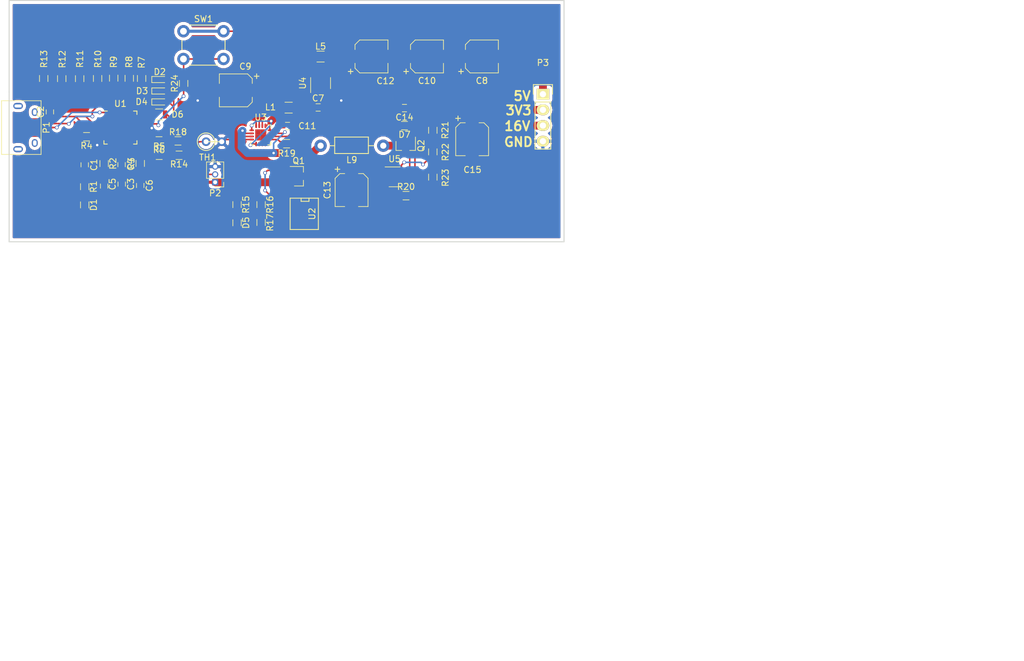
<source format=kicad_pcb>
(kicad_pcb (version 4) (host pcbnew 4.0.4-1.fc25-product)
  (layers (0 F.Cu signal) (31 B.Cu signal) (34 B.Paste user) (35 F.Paste user) (36 B.SilkS user) (37 F.SilkS user) (38 B.Mask user) (39 F.Mask user) (44 Edge.Cuts user))
  (net 0 "")
  (net 1 "Net-(C1-Pad1)")
  (net 2 "Net-(C1-Pad2)")
  (net 3 USBVCC)
  (net 4 GND)
  (net 5 "Net-(C3-Pad1)")
  (net 6 "Net-(C4-Pad1)")
  (net 7 7V4)
  (net 8 "Net-(C5-Pad2)")
  (net 9 5V)
  (net 10 VSW)
  (net 11 "Net-(C11-Pad2)")
  (net 12 3V3)
  (net 13 VCC)
  (net 14 16V)
  (net 15 "Net-(D1-Pad1)")
  (net 16 "Net-(D2-Pad2)")
  (net 17 "Net-(D2-Pad1)")
  (net 18 "Net-(D3-Pad1)")
  (net 19 "Net-(D4-Pad1)")
  (net 20 "Net-(D5-Pad1)")
  (net 21 "Net-(D6-Pad1)")
  (net 22 "Net-(D7-Pad2)")
  (net 23 "Net-(L5-Pad1)")
  (net 24 DM)
  (net 25 DP)
  (net 26 3V7)
  (net 27 "Net-(Q1-Pad1)")
  (net 28 DRIVE)
  (net 29 SENSE)
  (net 30 "Net-(R4-Pad1)")
  (net 31 "Net-(R5-Pad2)")
  (net 32 "Net-(R6-Pad2)")
  (net 33 "Net-(R7-Pad2)")
  (net 34 "Net-(R8-Pad2)")
  (net 35 "Net-(R9-Pad2)")
  (net 36 "Net-(R10-Pad2)")
  (net 37 "Net-(R11-Pad2)")
  (net 38 "Net-(R12-Pad2)")
  (net 39 "Net-(R13-Pad2)")
  (net 40 "Net-(R14-Pad2)")
  (net 41 "Net-(R16-Pad2)")
  (net 42 "Net-(R18-Pad1)")
  (net 43 "Net-(R19-Pad2)")
  (net 44 "Net-(R21-Pad2)")
  (net 45 VFB)
  (net 46 BUTTON)
  (net 47 "Net-(R24-Pad2)")
  (net 48 "Net-(U1-Pad1)")
  (net 49 "Net-(U1-Pad2)")
  (net 50 "Net-(U1-Pad3)")
  (net 51 "Net-(U1-Pad4)")
  (net 52 "Net-(U1-Pad5)")
  (net 53 "Net-(U1-Pad8)")
  (net 54 "Net-(U1-Pad10)")
  (net 55 "Net-(U1-Pad11)")
  (net 56 "Net-(U3-Pad6)")
  (net 57 "Net-(U3-Pad7)")
  (net 58 "Net-(U3-Pad8)")
  (module Capacitors_SMD:C_0603 (layer F.Cu) (at 117.4 114.025 270)
    (fp_text reference C1 (at 0 -1.5 270) (layer F.SilkS))
    (fp_text value C)
    (pad 1 smd rect (at -0.75 0 270) (size 0.8 0.75) (layers F.Cu F.Paste F.Mask) (net 1 "Net-(C1-Pad1)"))
    (pad 2 smd rect (at 0.75 0 270) (size 0.8 0.75) (layers F.Cu F.Paste F.Mask) (net 2 "Net-(C1-Pad2)"))
  )
  (module Capacitors_SMD:C_0603 (layer F.Cu) (at 111.76 105.445 90)
    (fp_text reference C2 (at 0 -1.5 90) (layer F.SilkS))
    (fp_text value 27pF)
    (pad 1 smd rect (at -0.75 0 90) (size 0.8 0.75) (layers F.Cu F.Paste F.Mask) (net 3 USBVCC))
    (pad 2 smd rect (at 0.75 0 90) (size 0.8 0.75) (layers F.Cu F.Paste F.Mask) (net 4 GND))
  )
  (module Capacitors_SMD:C_0603 (layer F.Cu) (at 120.55 117.475 270)
    (fp_text reference C3 (at -0.325 -4.325 270) (layer F.SilkS))
    (fp_text value C)
    (pad 1 smd rect (at -0.75 0 270) (size 0.8 0.75) (layers F.Cu F.Paste F.Mask) (net 5 "Net-(C3-Pad1)"))
    (pad 2 smd rect (at 0.75 0 270) (size 0.8 0.75) (layers F.Cu F.Paste F.Mask) (net 4 GND))
  )
  (module Capacitors_SMD:C_0603 (layer F.Cu) (at 123.375 114 270)
    (fp_text reference C4 (at 0 -1.5 270) (layer F.SilkS))
    (fp_text value C)
    (pad 1 smd rect (at -0.75 0 270) (size 0.8 0.75) (layers F.Cu F.Paste F.Mask) (net 6 "Net-(C4-Pad1)"))
    (pad 2 smd rect (at 0.75 0 270) (size 0.8 0.75) (layers F.Cu F.Paste F.Mask) (net 4 GND))
  )
  (module Capacitors_SMD:C_0603 (layer F.Cu) (at 123.4 117.15 90)
    (fp_text reference C5 (at 0 -1.5 90) (layer F.SilkS))
    (fp_text value C)
    (pad 1 smd rect (at -0.75 0 90) (size 0.8 0.75) (layers F.Cu F.Paste F.Mask) (net 7 7V4))
    (pad 2 smd rect (at 0.75 0 90) (size 0.8 0.75) (layers F.Cu F.Paste F.Mask) (net 8 "Net-(C5-Pad2)"))
  )
  (module Capacitors_SMD:C_0603 (layer F.Cu) (at 126.4 117.375 270)
    (fp_text reference C6 (at 0 -1.5 270) (layer F.SilkS))
    (fp_text value C)
    (pad 1 smd rect (at -0.75 0 270) (size 0.8 0.75) (layers F.Cu F.Paste F.Mask) (net 7 7V4))
    (pad 2 smd rect (at 0.75 0 270) (size 0.8 0.75) (layers F.Cu F.Paste F.Mask) (net 4 GND))
  )
  (module Capacitors_SMD:C_0603 (layer F.Cu) (at 155.25 104.725)
    (fp_text reference C7 (at 0 -1.5) (layer F.SilkS))
    (fp_text value 10uF)
    (pad 1 smd rect (at -0.75 0) (size 0.8 0.75) (layers F.Cu F.Paste F.Mask) (net 9 5V))
    (pad 2 smd rect (at 0.75 0) (size 0.8 0.75) (layers F.Cu F.Paste F.Mask) (net 4 GND))
  )
  (module Capacitors_SMD:CP_Elec_5x5.3 (layer F.Cu) (at 181.8 96.475)
    (fp_text reference C8 (at 0 3.92) (layer F.SilkS))
    (fp_text value 22uF)
    (fp_text user + (at -3.38 2.34) (layer F.SilkS))
    (pad 1 smd rect (at -2.2 0 180) (size 3 1.6) (layers F.Cu F.Paste F.Mask) (net 14 16V))
    (pad 2 smd rect (at 2.2 0 180) (size 3 1.6) (layers F.Cu F.Paste F.Mask) (net 4 GND))
  )
  (module Capacitors_SMD:CP_Elec_5x5.3 (layer F.Cu) (at 141.9 101.925 180)
    (fp_text reference C9 (at -1.55 3.85 180) (layer F.SilkS))
    (fp_text value 22uF)
    (fp_text user + (at -3.38 2.34 180) (layer F.SilkS))
    (pad 1 smd rect (at -2.2 0) (size 3 1.6) (layers F.Cu F.Paste F.Mask) (net 9 5V))
    (pad 2 smd rect (at 2.2 0) (size 3 1.6) (layers F.Cu F.Paste F.Mask) (net 4 GND))
  )
  (module Capacitors_SMD:CP_Elec_5x5.3 (layer F.Cu) (at 172.9 96.475)
    (fp_text reference C10 (at 0 3.92) (layer F.SilkS))
    (fp_text value 22uF)
    (fp_text user + (at -3.38 2.34) (layer F.SilkS))
    (pad 1 smd rect (at -2.2 0 180) (size 3 1.6) (layers F.Cu F.Paste F.Mask) (net 12 3V3))
    (pad 2 smd rect (at 2.2 0 180) (size 3 1.6) (layers F.Cu F.Paste F.Mask) (net 4 GND))
  )
  (module Capacitors_SMD:C_0603 (layer F.Cu) (at 150.29 107.735)
    (fp_text reference C11 (at 3.21 -0.01) (layer F.SilkS))
    (fp_text value 50nF)
    (pad 1 smd rect (at -0.75 0) (size 0.8 0.75) (layers F.Cu F.Paste F.Mask) (net 10 VSW))
    (pad 2 smd rect (at 0.75 0) (size 0.8 0.75) (layers F.Cu F.Paste F.Mask) (net 11 "Net-(C11-Pad2)"))
  )
  (module Capacitors_SMD:CP_Elec_5x5.3 (layer F.Cu) (at 163.9 96.475)
    (fp_text reference C12 (at 2.275 3.95) (layer F.SilkS))
    (fp_text value 22uF)
    (fp_text user + (at -3.38 2.34) (layer F.SilkS))
    (pad 1 smd rect (at -2.2 0 180) (size 3 1.6) (layers F.Cu F.Paste F.Mask) (net 12 3V3))
    (pad 2 smd rect (at 2.2 0 180) (size 3 1.6) (layers F.Cu F.Paste F.Mask) (net 4 GND))
  )
  (module Capacitors_SMD:CP_Elec_5x5.3 (layer F.Cu) (at 160.65 118.125 270)
    (fp_text reference C13 (at 0 3.92 270) (layer F.SilkS))
    (fp_text value 22uF)
    (fp_text user + (at -3.38 2.34 270) (layer F.SilkS))
    (pad 1 smd rect (at -2.2 0 90) (size 3 1.6) (layers F.Cu F.Paste F.Mask) (net 13 VCC))
    (pad 2 smd rect (at 2.2 0 90) (size 3 1.6) (layers F.Cu F.Paste F.Mask) (net 4 GND))
  )
  (module Capacitors_SMD:C_0603 (layer F.Cu) (at 169.25 104.825 180)
    (fp_text reference C14 (at 0 -1.5 180) (layer F.SilkS))
    (fp_text value 10uF)
    (pad 1 smd rect (at -0.75 0 180) (size 0.8 0.75) (layers F.Cu F.Paste F.Mask) (net 14 16V))
    (pad 2 smd rect (at 0.75 0 180) (size 0.8 0.75) (layers F.Cu F.Paste F.Mask) (net 4 GND))
  )
  (module Capacitors_SMD:CP_Elec_5x5.3 (layer F.Cu) (at 180.2 109.875 270)
    (fp_text reference C15 (at 4.95 -0.075 360) (layer F.SilkS))
    (fp_text value 22uF)
    (fp_text user + (at -3.38 2.34 270) (layer F.SilkS))
    (pad 1 smd rect (at -2.2 0 90) (size 3 1.6) (layers F.Cu F.Paste F.Mask) (net 14 16V))
    (pad 2 smd rect (at 2.2 0 90) (size 3 1.6) (layers F.Cu F.Paste F.Mask) (net 4 GND))
  )
  (module Resistors_SMD:R_0603 (layer F.Cu) (at 117.4 120.525 270)
    (fp_text reference D1 (at 0 -1.45 270) (layer F.SilkS))
    (fp_text value D)
    (pad 1 smd rect (at -0.75 0 270) (size 0.5 0.9) (layers F.Cu F.Paste F.Mask) (net 15 "Net-(D1-Pad1)"))
    (pad 2 smd rect (at 0.75 0 270) (size 0.5 0.9) (layers F.Cu F.Paste F.Mask) (net 4 GND))
  )
  (module LEDs:LED_0603 (layer F.Cu) (at 129.575 100.2)
    (fp_text reference D2 (at 0 -1.25) (layer F.SilkS))
    (fp_text value LED hide)
    (pad 2 smd rect (at 0.8 0 180) (size 0.8 0.8) (layers F.Cu F.Paste F.Mask) (net 16 "Net-(D2-Pad2)"))
    (pad 1 smd rect (at -0.8 0 180) (size 0.8 0.8) (layers F.Cu F.Paste F.Mask) (net 17 "Net-(D2-Pad1)"))
  )
  (module LEDs:LED_0603 (layer F.Cu) (at 129.575 102.05)
    (fp_text reference D3 (at -2.875 0) (layer F.SilkS))
    (fp_text value LED hide)
    (pad 2 smd rect (at 0.8 0 180) (size 0.8 0.8) (layers F.Cu F.Paste F.Mask) (net 16 "Net-(D2-Pad2)"))
    (pad 1 smd rect (at -0.8 0 180) (size 0.8 0.8) (layers F.Cu F.Paste F.Mask) (net 18 "Net-(D3-Pad1)"))
  )
  (module LEDs:LED_0603 (layer F.Cu) (at 129.575 103.825)
    (fp_text reference D4 (at -2.95 -0.025) (layer F.SilkS))
    (fp_text value LED hide)
    (pad 2 smd rect (at 0.8 0 180) (size 0.8 0.8) (layers F.Cu F.Paste F.Mask) (net 16 "Net-(D2-Pad2)"))
    (pad 1 smd rect (at -0.8 0 180) (size 0.8 0.8) (layers F.Cu F.Paste F.Mask) (net 19 "Net-(D4-Pad1)"))
  )
  (module Resistors_SMD:R_0603 (layer F.Cu) (at 142.1 123.425 270)
    (fp_text reference D5 (at 0 -1.45 270) (layer F.SilkS))
    (fp_text value 5V)
    (pad 1 smd rect (at -0.75 0 270) (size 0.5 0.9) (layers F.Cu F.Paste F.Mask) (net 20 "Net-(D5-Pad1)"))
    (pad 2 smd rect (at 0.75 0 270) (size 0.5 0.9) (layers F.Cu F.Paste F.Mask) (net 4 GND))
  )
  (module Resistors_SMD:R_0805 (layer F.Cu) (at 129.475 105.85)
    (fp_text reference D6 (at 2.975 0) (layer F.SilkS))
    (fp_text value LED hide)
    (pad 1 smd rect (at -0.95 0) (size 0.7 1.3) (layers F.Cu F.Paste F.Mask) (net 21 "Net-(D6-Pad1)"))
    (pad 2 smd rect (at 0.95 0) (size 0.7 1.3) (layers F.Cu F.Paste F.Mask) (net 16 "Net-(D2-Pad2)"))
  )
  (module Resistors_SMD:R_0603 (layer F.Cu) (at 169.25 107.675 180)
    (fp_text reference D7 (at 0 -1.45 180) (layer F.SilkS))
    (fp_text value D_Schottky)
    (pad 1 smd rect (at -0.75 0 180) (size 0.5 0.9) (layers F.Cu F.Paste F.Mask) (net 14 16V))
    (pad 2 smd rect (at 0.75 0 180) (size 0.5 0.9) (layers F.Cu F.Paste F.Mask) (net 22 "Net-(D7-Pad2)"))
  )
  (module Resistors_SMD:R_0805 (layer F.Cu) (at 150.47 104.755)
    (fp_text reference L1 (at -2.945 -0.08) (layer F.SilkS))
    (fp_text value 4.7uF)
    (pad 1 smd rect (at -0.95 0) (size 0.7 1.3) (layers F.Cu F.Paste F.Mask) (net 9 5V))
    (pad 2 smd rect (at 0.95 0) (size 0.7 1.3) (layers F.Cu F.Paste F.Mask) (net 10 VSW))
  )
  (module Resistors_SMD:R_0805 (layer F.Cu) (at 155.65 96.475)
    (fp_text reference L5 (at 0 -1.65) (layer F.SilkS))
    (fp_text value 1uH)
    (pad 1 smd rect (at -0.95 0) (size 0.7 1.3) (layers F.Cu F.Paste F.Mask) (net 23 "Net-(L5-Pad1)"))
    (pad 2 smd rect (at 0.95 0) (size 0.7 1.3) (layers F.Cu F.Paste F.Mask) (net 12 3V3))
  )
  (module Choke_Axial_ThroughHole:Choke_Horizontal_RM10mm (layer F.Cu) (at 160.65 110.925)
    (fp_text reference L9 (at 0.05 2.3) (layer F.SilkS))
    (fp_text value 4mH)
    (pad 1 thru_hole circle (at -5.00126 0) (size 1.99898 1.99898) (drill 1.00076) (layers *.Cu *.Mask) (net 13 VCC))
    (pad 2 thru_hole circle (at 5.15874 0) (size 1.99898 1.99898) (drill 1.00076) (layers *.Cu *.Mask) (net 22 "Net-(D7-Pad2)"))
  )
  (module Connect:USB_Micro-B (layer F.Cu) (at 107.95 107.985 270)
    (fp_text reference P1 (at 0 -3.24 270) (layer F.SilkS))
    (fp_text value USB_B)
    (pad 1 smd rect (at -1.3 -1.35) (size 1.35 0.4) (layers F.Cu F.Paste F.Mask) (net 3 USBVCC))
    (pad 2 smd rect (at -0.65 -1.35) (size 1.35 0.4) (layers F.Cu F.Paste F.Mask) (net 24 DM))
    (pad 3 smd rect (at 0 -1.35) (size 1.35 0.4) (layers F.Cu F.Paste F.Mask) (net 25 DP))
    (pad 4 smd rect (at 0.65 -1.35) (size 1.35 0.4) (layers F.Cu F.Paste F.Mask) (net 4 GND))
    (pad 5 smd rect (at 1.3 -1.35) (size 1.35 0.4) (layers F.Cu F.Paste F.Mask) (net 4 GND))
    (pad 6 thru_hole oval (at -2.5 -1.35) (size 0.95 1.25) (drill oval 0.55 0.85) (layers *.Cu *.Mask))
    (pad 6 thru_hole oval (at 2.5 -1.35) (size 0.95 1.25) (drill oval 0.55 0.85) (layers *.Cu *.Mask))
    (pad 6 thru_hole oval (at -3.5 1.35) (size 1.55 1) (drill oval 1.15 0.5) (layers *.Cu *.Mask))
    (pad 6 thru_hole oval (at 3.5 1.35) (size 1.55 1) (drill oval 1.15 0.5) (layers *.Cu *.Mask))
  )
  (module Pin_Headers:Pin_Header_Straight_1x03_Pitch1.27mm (layer F.Cu) (at 138.55 116.85 180)
    (fp_text reference P2 (at 0 -1.755 180) (layer F.SilkS))
    (fp_text value CONN_01X03)
    (pad 1 thru_hole rect (at 0 0 180) (size 1 1) (drill 0.65) (layers *.Cu *.Mask) (net 7 7V4))
    (pad 2 thru_hole oval (at 0 1.27 180) (size 1 1) (drill 0.65) (layers *.Cu *.Mask) (net 26 3V7))
    (pad 3 thru_hole oval (at 0 2.54 180) (size 1 1) (drill 0.65) (layers *.Cu *.Mask) (net 4 GND))
  )
  (module TO_SOT_Packages_SMD:SOT-23 (layer F.Cu) (at 152.1 115.875)
    (fp_text reference Q1 (at 0 -2.5) (layer F.SilkS))
    (fp_text value Q_PMOS_GDS)
    (pad 1 smd rect (at -1 -0.95) (size 0.9 0.8) (layers F.Cu F.Paste F.Mask) (net 27 "Net-(Q1-Pad1)"))
    (pad 2 smd rect (at -1 0.95) (size 0.9 0.8) (layers F.Cu F.Paste F.Mask) (net 7 7V4))
    (pad 3 smd rect (at 1 0) (size 0.9 0.8) (layers F.Cu F.Paste F.Mask) (net 13 VCC))
  )
  (module TO_SOT_Packages_SMD:SOT-23 (layer F.Cu) (at 169.45 110.925 270)
    (fp_text reference Q2 (at 0 -2.5 270) (layer F.SilkS))
    (fp_text value Q_NPN_BCE)
    (pad 1 smd rect (at -1 -0.95 270) (size 0.9 0.8) (layers F.Cu F.Paste F.Mask) (net 28 DRIVE))
    (pad 2 smd rect (at -1 0.95 270) (size 0.9 0.8) (layers F.Cu F.Paste F.Mask) (net 22 "Net-(D7-Pad2)"))
    (pad 3 smd rect (at 1 0 270) (size 0.9 0.8) (layers F.Cu F.Paste F.Mask) (net 29 SENSE))
  )
  (module Resistors_SMD:R_0603 (layer F.Cu) (at 117.4 117.575 270)
    (fp_text reference R1 (at 0 -1.45 270) (layer F.SilkS))
    (fp_text value R)
    (pad 1 smd rect (at -0.75 0 270) (size 0.5 0.9) (layers F.Cu F.Paste F.Mask) (net 2 "Net-(C1-Pad2)"))
    (pad 2 smd rect (at 0.75 0 270) (size 0.5 0.9) (layers F.Cu F.Paste F.Mask) (net 15 "Net-(D1-Pad1)"))
  )
  (module Resistors_SMD:R_0603 (layer F.Cu) (at 120.55 113.825 270)
    (fp_text reference R2 (at 0 -1.45 270) (layer F.SilkS))
    (fp_text value R)
    (pad 1 smd rect (at -0.75 0 270) (size 0.5 0.9) (layers F.Cu F.Paste F.Mask) (net 15 "Net-(D1-Pad1)"))
    (pad 2 smd rect (at 0.75 0 270) (size 0.5 0.9) (layers F.Cu F.Paste F.Mask) (net 5 "Net-(C3-Pad1)"))
  )
  (module Resistors_SMD:R_0603 (layer F.Cu) (at 126.4 113.8 90)
    (fp_text reference R3 (at 0 -1.45 90) (layer F.SilkS))
    (fp_text value R)
    (pad 1 smd rect (at -0.75 0 90) (size 0.5 0.9) (layers F.Cu F.Paste F.Mask) (net 7 7V4))
    (pad 2 smd rect (at 0.75 0 90) (size 0.5 0.9) (layers F.Cu F.Paste F.Mask) (net 8 "Net-(C5-Pad2)"))
  )
  (module Resistors_SMD:R_0603 (layer F.Cu) (at 117.7 109.475 180)
    (fp_text reference R4 (at 0 -1.45 180) (layer F.SilkS))
    (fp_text value 1k)
    (pad 1 smd rect (at -0.75 0 180) (size 0.5 0.9) (layers F.Cu F.Paste F.Mask) (net 30 "Net-(R4-Pad1)"))
    (pad 2 smd rect (at 0.75 0 180) (size 0.5 0.9) (layers F.Cu F.Paste F.Mask) (net 3 USBVCC))
  )
  (module Resistors_SMD:R_0603 (layer F.Cu) (at 129.475 112.475)
    (fp_text reference R5 (at 0 -1.45) (layer F.SilkS))
    (fp_text value R)
    (pad 1 smd rect (at -0.75 0) (size 0.5 0.9) (layers F.Cu F.Paste F.Mask) (net 26 3V7))
    (pad 2 smd rect (at 0.75 0) (size 0.5 0.9) (layers F.Cu F.Paste F.Mask) (net 31 "Net-(R5-Pad2)"))
  )
  (module Resistors_SMD:R_0603 (layer F.Cu) (at 129.45 110.15 180)
    (fp_text reference R6 (at 0 -1.45 180) (layer F.SilkS))
    (fp_text value R)
    (pad 1 smd rect (at -0.75 0 180) (size 0.5 0.9) (layers F.Cu F.Paste F.Mask) (net 4 GND))
    (pad 2 smd rect (at 0.75 0 180) (size 0.5 0.9) (layers F.Cu F.Paste F.Mask) (net 32 "Net-(R6-Pad2)"))
  )
  (module Resistors_SMD:R_0603 (layer F.Cu) (at 126.625 100.025 270)
    (fp_text reference R7 (at -2.6 0 270) (layer F.SilkS))
    (fp_text value R hide)
    (pad 1 smd rect (at -0.75 0 270) (size 0.5 0.9) (layers F.Cu F.Paste F.Mask) (net 4 GND))
    (pad 2 smd rect (at 0.75 0 270) (size 0.5 0.9) (layers F.Cu F.Paste F.Mask) (net 33 "Net-(R7-Pad2)"))
  )
  (module Resistors_SMD:R_0603 (layer F.Cu) (at 124.625 100 270)
    (fp_text reference R8 (at -2.65 0.025 270) (layer F.SilkS))
    (fp_text value R hide)
    (pad 1 smd rect (at -0.75 0 270) (size 0.5 0.9) (layers F.Cu F.Paste F.Mask) (net 4 GND))
    (pad 2 smd rect (at 0.75 0 270) (size 0.5 0.9) (layers F.Cu F.Paste F.Mask) (net 34 "Net-(R8-Pad2)"))
  )
  (module Resistors_SMD:R_0603 (layer F.Cu) (at 122.1 99.975 270)
    (fp_text reference R9 (at -2.625 0 270) (layer F.SilkS))
    (fp_text value R hide)
    (pad 1 smd rect (at -0.75 0 270) (size 0.5 0.9) (layers F.Cu F.Paste F.Mask) (net 4 GND))
    (pad 2 smd rect (at 0.75 0 270) (size 0.5 0.9) (layers F.Cu F.Paste F.Mask) (net 35 "Net-(R9-Pad2)"))
  )
  (module Resistors_SMD:R_0603 (layer F.Cu) (at 119.49 100.025 270)
    (fp_text reference R10 (at -3.15 -0.06 270) (layer F.SilkS))
    (fp_text value R hide)
    (pad 1 smd rect (at -0.75 0 270) (size 0.5 0.9) (layers F.Cu F.Paste F.Mask) (net 4 GND))
    (pad 2 smd rect (at 0.75 0 270) (size 0.5 0.9) (layers F.Cu F.Paste F.Mask) (net 36 "Net-(R10-Pad2)"))
  )
  (module Resistors_SMD:R_0603 (layer F.Cu) (at 116.58 100.055 270)
    (fp_text reference R11 (at -3.205 -0.045 270) (layer F.SilkS))
    (fp_text value R hide)
    (pad 1 smd rect (at -0.75 0 270) (size 0.5 0.9) (layers F.Cu F.Paste F.Mask) (net 4 GND))
    (pad 2 smd rect (at 0.75 0 270) (size 0.5 0.9) (layers F.Cu F.Paste F.Mask) (net 37 "Net-(R11-Pad2)"))
  )
  (module Resistors_SMD:R_0603 (layer F.Cu) (at 113.675 100.05 270)
    (fp_text reference R12 (at -3.15 -0.1 270) (layer F.SilkS))
    (fp_text value R hide)
    (pad 1 smd rect (at -0.75 0 270) (size 0.5 0.9) (layers F.Cu F.Paste F.Mask) (net 4 GND))
    (pad 2 smd rect (at 0.75 0 270) (size 0.5 0.9) (layers F.Cu F.Paste F.Mask) (net 38 "Net-(R12-Pad2)"))
  )
  (module Resistors_SMD:R_0603 (layer F.Cu) (at 110.75 100.025 270)
    (fp_text reference R13 (at -3.15 -0.05 270) (layer F.SilkS))
    (fp_text value R hide)
    (pad 1 smd rect (at -0.75 0 270) (size 0.5 0.9) (layers F.Cu F.Paste F.Mask) (net 4 GND))
    (pad 2 smd rect (at 0.75 0 270) (size 0.5 0.9) (layers F.Cu F.Paste F.Mask) (net 39 "Net-(R13-Pad2)"))
  )
  (module Resistors_SMD:R_0603 (layer F.Cu) (at 132.7 112.475 180)
    (fp_text reference R14 (at 0 -1.45 180) (layer F.SilkS))
    (fp_text value R)
    (pad 1 smd rect (at -0.75 0 180) (size 0.5 0.9) (layers F.Cu F.Paste F.Mask) (net 4 GND))
    (pad 2 smd rect (at 0.75 0 180) (size 0.5 0.9) (layers F.Cu F.Paste F.Mask) (net 40 "Net-(R14-Pad2)"))
  )
  (module Resistors_SMD:R_0603 (layer F.Cu) (at 142.1 120.475 270)
    (fp_text reference R15 (at 0 -1.45 270) (layer F.SilkS))
    (fp_text value 470)
    (pad 1 smd rect (at -0.75 0 270) (size 0.5 0.9) (layers F.Cu F.Paste F.Mask) (net 7 7V4))
    (pad 2 smd rect (at 0.75 0 270) (size 0.5 0.9) (layers F.Cu F.Paste F.Mask) (net 20 "Net-(D5-Pad1)"))
  )
  (module Resistors_SMD:R_0603 (layer F.Cu) (at 146 120.475 270)
    (fp_text reference R16 (at 0 -1.45 270) (layer F.SilkS))
    (fp_text value 1M)
    (pad 1 smd rect (at -0.75 0 270) (size 0.5 0.9) (layers F.Cu F.Paste F.Mask) (net 7 7V4))
    (pad 2 smd rect (at 0.75 0 270) (size 0.5 0.9) (layers F.Cu F.Paste F.Mask) (net 41 "Net-(R16-Pad2)"))
  )
  (module Resistors_SMD:R_0603 (layer F.Cu) (at 146 123.375 270)
    (fp_text reference R17 (at 0 -1.45 270) (layer F.SilkS))
    (fp_text value 10M)
    (pad 1 smd rect (at -0.75 0 270) (size 0.5 0.9) (layers F.Cu F.Paste F.Mask) (net 41 "Net-(R16-Pad2)"))
    (pad 2 smd rect (at 0.75 0 270) (size 0.5 0.9) (layers F.Cu F.Paste F.Mask) (net 4 GND))
  )
  (module Resistors_SMD:R_0603 (layer F.Cu) (at 132.525 110.15)
    (fp_text reference R18 (at 0 -1.45) (layer F.SilkS))
    (fp_text value R)
    (pad 1 smd rect (at -0.75 0) (size 0.5 0.9) (layers F.Cu F.Paste F.Mask) (net 42 "Net-(R18-Pad1)"))
    (pad 2 smd rect (at 0.75 0) (size 0.5 0.9) (layers F.Cu F.Paste F.Mask) (net 4 GND))
  )
  (module Resistors_SMD:R_0603 (layer F.Cu) (at 150.14 110.595 180)
    (fp_text reference R19 (at -0.01 -1.58 180) (layer F.SilkS))
    (fp_text value 10k)
    (pad 1 smd rect (at -0.75 0 180) (size 0.5 0.9) (layers F.Cu F.Paste F.Mask) (net 13 VCC))
    (pad 2 smd rect (at 0.75 0 180) (size 0.5 0.9) (layers F.Cu F.Paste F.Mask) (net 43 "Net-(R19-Pad2)"))
  )
  (module Resistors_SMD:R_0603 (layer F.Cu) (at 169.5 119.025)
    (fp_text reference R20 (at 0 -1.45) (layer F.SilkS))
    (fp_text value 100m)
    (pad 1 smd rect (at -0.75 0) (size 0.5 0.9) (layers F.Cu F.Paste F.Mask) (net 29 SENSE))
    (pad 2 smd rect (at 0.75 0) (size 0.5 0.9) (layers F.Cu F.Paste F.Mask) (net 4 GND))
  )
  (module Resistors_SMD:R_0603 (layer F.Cu) (at 173.85 108.425 270)
    (fp_text reference R21 (at -0.025 -2 270) (layer F.SilkS))
    (fp_text value 51K)
    (pad 1 smd rect (at -0.75 0 270) (size 0.5 0.9) (layers F.Cu F.Paste F.Mask) (net 14 16V))
    (pad 2 smd rect (at 0.75 0 270) (size 0.5 0.9) (layers F.Cu F.Paste F.Mask) (net 44 "Net-(R21-Pad2)"))
  )
  (module Resistors_SMD:R_0603 (layer F.Cu) (at 173.85 111.925 270)
    (fp_text reference R22 (at 0.05 -2.05 270) (layer F.SilkS))
    (fp_text value 2K4)
    (pad 1 smd rect (at -0.75 0 270) (size 0.5 0.9) (layers F.Cu F.Paste F.Mask) (net 44 "Net-(R21-Pad2)"))
    (pad 2 smd rect (at 0.75 0 270) (size 0.5 0.9) (layers F.Cu F.Paste F.Mask) (net 45 VFB))
  )
  (module Resistors_SMD:R_0603 (layer F.Cu) (at 173.85 116.025 270)
    (fp_text reference R23 (at 0.1 -2.05 270) (layer F.SilkS))
    (fp_text value 1K)
    (pad 1 smd rect (at -0.75 0 270) (size 0.5 0.9) (layers F.Cu F.Paste F.Mask) (net 45 VFB))
    (pad 2 smd rect (at 0.75 0 270) (size 0.5 0.9) (layers F.Cu F.Paste F.Mask) (net 4 GND))
  )
  (module Resistors_SMD:R_0603 (layer F.Cu) (at 133.44 100.825 90)
    (fp_text reference R24 (at 0 -1.45 90) (layer F.SilkS))
    (fp_text value 1K hide)
    (pad 1 smd rect (at -0.75 0 90) (size 0.5 0.9) (layers F.Cu F.Paste F.Mask) (net 46 BUTTON))
    (pad 2 smd rect (at 0.75 0 90) (size 0.5 0.9) (layers F.Cu F.Paste F.Mask) (net 47 "Net-(R24-Pad2)"))
  )
  (module Buttons_Switches_ThroughHole:SW_PUSH_6mm (layer F.Cu) (at 133.41 92.365)
    (fp_text reference SW1 (at 3.25 -2) (layer F.SilkS))
    (fp_text value SW_PUSH)
    (pad 2 thru_hole circle (at 0 4.5 90) (size 2 2) (drill 1.1) (layers *.Cu *.Mask) (net 47 "Net-(R24-Pad2)"))
    (pad 1 thru_hole circle (at 0 0 90) (size 2 2) (drill 1.1) (layers *.Cu *.Mask) (net 9 5V))
    (pad 2 thru_hole circle (at 6.5 4.5 90) (size 2 2) (drill 1.1) (layers *.Cu *.Mask) (net 47 "Net-(R24-Pad2)"))
    (pad 1 thru_hole circle (at 6.5 0 90) (size 2 2) (drill 1.1) (layers *.Cu *.Mask) (net 9 5V))
  )
  (module Discret:R1 (layer F.Cu) (at 138.35 110.275)
    (fp_text reference TH1 (at -1.016 2.54) (layer F.SilkS))
    (fp_text value THERMISTOR)
    (pad 1 thru_hole circle (at -1.27 0) (size 1.397 1.397) (drill 0.8128) (layers *.Cu *.Mask) (net 42 "Net-(R18-Pad1)"))
    (pad 2 thru_hole circle (at 1.27 0) (size 1.397 1.397) (drill 0.8128) (layers *.Cu *.Mask) (net 4 GND))
  )
  (module Housings_DFN_QFN:QFN-40-1EP_5x5mm_Pitch0.4mm (layer F.Cu) (at 123.19 107.985)
    (fp_text reference U1 (at 0 -3.875) (layer F.SilkS))
    (fp_text value ACT2803)
    (pad 1 smd oval (at -2.45 -1.8) (size 0.85 0.2) (layers F.Cu F.Paste F.Mask) (net 48 "Net-(U1-Pad1)"))
    (pad 2 smd oval (at -2.45 -1.4) (size 0.85 0.2) (layers F.Cu F.Paste F.Mask) (net 49 "Net-(U1-Pad2)"))
    (pad 3 smd oval (at -2.45 -1) (size 0.85 0.2) (layers F.Cu F.Paste F.Mask) (net 50 "Net-(U1-Pad3)"))
    (pad 4 smd oval (at -2.45 -0.6) (size 0.85 0.2) (layers F.Cu F.Paste F.Mask) (net 51 "Net-(U1-Pad4)"))
    (pad 5 smd oval (at -2.45 -0.2) (size 0.85 0.2) (layers F.Cu F.Paste F.Mask) (net 52 "Net-(U1-Pad5)"))
    (pad 6 smd oval (at -2.45 0.2) (size 0.85 0.2) (layers F.Cu F.Paste F.Mask) (net 3 USBVCC))
    (pad 7 smd oval (at -2.45 0.6) (size 0.85 0.2) (layers F.Cu F.Paste F.Mask) (net 3 USBVCC))
    (pad 8 smd oval (at -2.45 1) (size 0.85 0.2) (layers F.Cu F.Paste F.Mask) (net 53 "Net-(U1-Pad8)"))
    (pad 9 smd oval (at -2.45 1.4) (size 0.85 0.2) (layers F.Cu F.Paste F.Mask) (net 30 "Net-(R4-Pad1)"))
    (pad 10 smd oval (at -2.45 1.8) (size 0.85 0.2) (layers F.Cu F.Paste F.Mask) (net 54 "Net-(U1-Pad10)"))
    (pad 11 smd oval (at -1.8 2.45 90) (size 0.85 0.2) (layers F.Cu F.Paste F.Mask) (net 55 "Net-(U1-Pad11)"))
    (pad 12 smd oval (at -1.4 2.45 90) (size 0.85 0.2) (layers F.Cu F.Paste F.Mask) (net 4 GND))
    (pad 13 smd oval (at -1 2.45 90) (size 0.85 0.2) (layers F.Cu F.Paste F.Mask) (net 1 "Net-(C1-Pad1)"))
    (pad 14 smd oval (at -0.6 2.45 90) (size 0.85 0.2) (layers F.Cu F.Paste F.Mask) (net 15 "Net-(D1-Pad1)"))
    (pad 15 smd oval (at -0.2 2.45 90) (size 0.85 0.2) (layers F.Cu F.Paste F.Mask) (net 15 "Net-(D1-Pad1)"))
    (pad 16 smd oval (at 0.2 2.45 90) (size 0.85 0.2) (layers F.Cu F.Paste F.Mask) (net 6 "Net-(C4-Pad1)"))
    (pad 17 smd oval (at 0.6 2.45 90) (size 0.85 0.2) (layers F.Cu F.Paste F.Mask) (net 6 "Net-(C4-Pad1)"))
    (pad 18 smd oval (at 1 2.45 90) (size 0.85 0.2) (layers F.Cu F.Paste F.Mask) (net 8 "Net-(C5-Pad2)"))
    (pad 19 smd oval (at 1.4 2.45 90) (size 0.85 0.2) (layers F.Cu F.Paste F.Mask) (net 7 7V4))
    (pad 20 smd oval (at 1.8 2.45 90) (size 0.85 0.2) (layers F.Cu F.Paste F.Mask) (net 26 3V7))
    (pad 21 smd oval (at 2.45 1.8) (size 0.85 0.2) (layers F.Cu F.Paste F.Mask) (net 31 "Net-(R5-Pad2)"))
    (pad 22 smd oval (at 2.45 1.4) (size 0.85 0.2) (layers F.Cu F.Paste F.Mask) (net 40 "Net-(R14-Pad2)"))
    (pad 23 smd oval (at 2.45 1) (size 0.85 0.2) (layers F.Cu F.Paste F.Mask) (net 32 "Net-(R6-Pad2)"))
    (pad 24 smd oval (at 2.45 0.6) (size 0.85 0.2) (layers F.Cu F.Paste F.Mask) (net 42 "Net-(R18-Pad1)"))
    (pad 25 smd oval (at 2.45 0.2) (size 0.85 0.2) (layers F.Cu F.Paste F.Mask) (net 16 "Net-(D2-Pad2)"))
    (pad 26 smd oval (at 2.45 -0.2) (size 0.85 0.2) (layers F.Cu F.Paste F.Mask) (net 4 GND))
    (pad 27 smd oval (at 2.45 -0.6) (size 0.85 0.2) (layers F.Cu F.Paste F.Mask) (net 46 BUTTON))
    (pad 28 smd oval (at 2.45 -1) (size 0.85 0.2) (layers F.Cu F.Paste F.Mask) (net 21 "Net-(D6-Pad1)"))
    (pad 29 smd oval (at 2.45 -1.4) (size 0.85 0.2) (layers F.Cu F.Paste F.Mask) (net 19 "Net-(D4-Pad1)"))
    (pad 30 smd oval (at 2.45 -1.8) (size 0.85 0.2) (layers F.Cu F.Paste F.Mask) (net 18 "Net-(D3-Pad1)"))
    (pad 31 smd oval (at 1.8 -2.45 90) (size 0.85 0.2) (layers F.Cu F.Paste F.Mask) (net 17 "Net-(D2-Pad1)"))
    (pad 32 smd oval (at 1.4 -2.45 90) (size 0.85 0.2) (layers F.Cu F.Paste F.Mask) (net 33 "Net-(R7-Pad2)"))
    (pad 33 smd oval (at 1 -2.45 90) (size 0.85 0.2) (layers F.Cu F.Paste F.Mask) (net 34 "Net-(R8-Pad2)"))
    (pad 34 smd oval (at 0.6 -2.45 90) (size 0.85 0.2) (layers F.Cu F.Paste F.Mask) (net 35 "Net-(R9-Pad2)"))
    (pad 35 smd oval (at 0.2 -2.45 90) (size 0.85 0.2) (layers F.Cu F.Paste F.Mask) (net 36 "Net-(R10-Pad2)"))
    (pad 36 smd oval (at -0.2 -2.45 90) (size 0.85 0.2) (layers F.Cu F.Paste F.Mask) (net 37 "Net-(R11-Pad2)"))
    (pad 37 smd oval (at -0.6 -2.45 90) (size 0.85 0.2) (layers F.Cu F.Paste F.Mask) (net 38 "Net-(R12-Pad2)"))
    (pad 38 smd oval (at -1 -2.45 90) (size 0.85 0.2) (layers F.Cu F.Paste F.Mask) (net 39 "Net-(R13-Pad2)"))
    (pad 39 smd oval (at -1.4 -2.45 90) (size 0.85 0.2) (layers F.Cu F.Paste F.Mask) (net 24 DM))
    (pad 40 smd oval (at -1.8 -2.45 90) (size 0.85 0.2) (layers F.Cu F.Paste F.Mask) (net 25 DP))
    (pad 41 smd rect (at 0.9 0.9) (size 1.8 1.8) (layers F.Cu F.Paste F.Mask))
    (pad 41 smd rect (at 0.9 -0.9) (size 1.8 1.8) (layers F.Cu F.Paste F.Mask))
    (pad 41 smd rect (at -0.9 0.9) (size 1.8 1.8) (layers F.Cu F.Paste F.Mask))
    (pad 41 smd rect (at -0.9 -0.9) (size 1.8 1.8) (layers F.Cu F.Paste F.Mask))
  )
  (module SMD_Packages:SOIC-8-N (layer F.Cu) (at 153 121.975 270)
    (fp_text reference U2 (at 0 -1.27 270) (layer F.SilkS))
    (fp_text value LM393)
    (pad 8 smd rect (at -1.905 -3.175 270) (size 0.508 1.143) (layers F.Cu F.Paste F.Mask) (net 7 7V4))
    (pad 7 smd rect (at -0.635 -3.175 270) (size 0.508 1.143) (layers F.Cu F.Paste F.Mask))
    (pad 6 smd rect (at 0.635 -3.175 270) (size 0.508 1.143) (layers F.Cu F.Paste F.Mask))
    (pad 5 smd rect (at 1.905 -3.175 270) (size 0.508 1.143) (layers F.Cu F.Paste F.Mask))
    (pad 4 smd rect (at 1.905 3.175 270) (size 0.508 1.143) (layers F.Cu F.Paste F.Mask) (net 4 GND))
    (pad 3 smd rect (at 0.635 3.175 270) (size 0.508 1.143) (layers F.Cu F.Paste F.Mask) (net 20 "Net-(D5-Pad1)"))
    (pad 2 smd rect (at -0.635 3.175 270) (size 0.508 1.143) (layers F.Cu F.Paste F.Mask) (net 41 "Net-(R16-Pad2)"))
    (pad 1 smd rect (at -1.905 3.175 270) (size 0.508 1.143) (layers F.Cu F.Paste F.Mask) (net 27 "Net-(Q1-Pad1)"))
  )
  (module Housings_DFN_QFN:QFN-16-1EP_3x3mm_Pitch0.5mm (layer F.Cu) (at 145.95 109.175)
    (fp_text reference U3 (at 0 -2.85) (layer F.SilkS))
    (fp_text value TS30012)
    (pad 1 smd oval (at -1.475 -0.75) (size 0.75 0.3) (layers F.Cu F.Paste F.Mask) (net 10 VSW))
    (pad 2 smd oval (at -1.475 -0.25) (size 0.75 0.3) (layers F.Cu F.Paste F.Mask) (net 13 VCC))
    (pad 3 smd oval (at -1.475 0.25) (size 0.75 0.3) (layers F.Cu F.Paste F.Mask) (net 13 VCC))
    (pad 4 smd oval (at -1.475 0.75) (size 0.75 0.3) (layers F.Cu F.Paste F.Mask) (net 4 GND))
    (pad 5 smd oval (at -0.75 1.475 90) (size 0.75 0.3) (layers F.Cu F.Paste F.Mask) (net 10 VSW))
    (pad 6 smd oval (at -0.25 1.475 90) (size 0.75 0.3) (layers F.Cu F.Paste F.Mask) (net 56 "Net-(U3-Pad6)"))
    (pad 7 smd oval (at 0.25 1.475 90) (size 0.75 0.3) (layers F.Cu F.Paste F.Mask) (net 57 "Net-(U3-Pad7)"))
    (pad 8 smd oval (at 0.75 1.475 90) (size 0.75 0.3) (layers F.Cu F.Paste F.Mask) (net 58 "Net-(U3-Pad8)"))
    (pad 9 smd oval (at 1.475 0.75) (size 0.75 0.3) (layers F.Cu F.Paste F.Mask) (net 43 "Net-(R19-Pad2)"))
    (pad 10 smd oval (at 1.475 0.25) (size 0.75 0.3) (layers F.Cu F.Paste F.Mask) (net 11 "Net-(C11-Pad2)"))
    (pad 11 smd oval (at 1.475 -0.25) (size 0.75 0.3) (layers F.Cu F.Paste F.Mask) (net 13 VCC))
    (pad 12 smd oval (at 1.475 -0.75) (size 0.75 0.3) (layers F.Cu F.Paste F.Mask) (net 10 VSW))
    (pad 13 smd oval (at 0.75 -1.475 90) (size 0.75 0.3) (layers F.Cu F.Paste F.Mask) (net 10 VSW))
    (pad 14 smd oval (at 0.25 -1.475 90) (size 0.75 0.3) (layers F.Cu F.Paste F.Mask) (net 4 GND))
    (pad 15 smd oval (at -0.25 -1.475 90) (size 0.75 0.3) (layers F.Cu F.Paste F.Mask) (net 4 GND))
    (pad 16 smd oval (at -0.75 -1.475 90) (size 0.75 0.3) (layers F.Cu F.Paste F.Mask) (net 4 GND))
    (pad 17 smd rect (at 0.45 0.45) (size 0.9 0.9) (layers F.Cu F.Paste F.Mask))
    (pad 17 smd rect (at 0.45 -0.45) (size 0.9 0.9) (layers F.Cu F.Paste F.Mask))
    (pad 17 smd rect (at -0.45 0.45) (size 0.9 0.9) (layers F.Cu F.Paste F.Mask))
    (pad 17 smd rect (at -0.45 -0.45) (size 0.9 0.9) (layers F.Cu F.Paste F.Mask))
  )
  (module TO_SOT_Packages_SMD:SOT-23-5 (layer F.Cu) (at 155.65 100.775 90)
    (fp_text reference U4 (at 0 -2.9 90) (layer F.SilkS))
    (fp_text value SC189)
    (pad 1 smd rect (at -1.1 -0.95 90) (size 1.06 0.65) (layers F.Cu F.Paste F.Mask) (net 9 5V))
    (pad 2 smd rect (at -1.1 0 90) (size 1.06 0.65) (layers F.Cu F.Paste F.Mask) (net 4 GND))
    (pad 3 smd rect (at -1.1 0.95 90) (size 1.06 0.65) (layers F.Cu F.Paste F.Mask) (net 9 5V))
    (pad 4 smd rect (at 1.1 0.95 90) (size 1.06 0.65) (layers F.Cu F.Paste F.Mask) (net 12 3V3))
    (pad 5 smd rect (at 1.1 -0.95 90) (size 1.06 0.65) (layers F.Cu F.Paste F.Mask) (net 23 "Net-(L5-Pad1)"))
  )
  (module TO_SOT_Packages_SMD:SOT-23-6 (layer F.Cu) (at 167.65 115.975)
    (fp_text reference U5 (at 0 -2.9) (layer F.SilkS))
    (fp_text value ZXSC420)
    (pad 1 smd rect (at -1.1 -0.95) (size 1.06 0.65) (layers F.Cu F.Paste F.Mask) (net 13 VCC))
    (pad 2 smd rect (at -1.1 0) (size 1.06 0.65) (layers F.Cu F.Paste F.Mask) (net 4 GND))
    (pad 3 smd rect (at -1.1 0.95) (size 1.06 0.65) (layers F.Cu F.Paste F.Mask) (net 4 GND))
    (pad 4 smd rect (at 1.1 0.95) (size 1.06 0.65) (layers F.Cu F.Paste F.Mask) (net 28 DRIVE))
    (pad 6 smd rect (at 1.1 -0.95) (size 1.06 0.65) (layers F.Cu F.Paste F.Mask) (net 45 VFB))
    (pad 5 smd rect (at 1.1 0) (size 1.06 0.65) (layers F.Cu F.Paste F.Mask) (net 29 SENSE))
  )
  (module Pin_Headers:Pin_Header_Straight_1x04 (layer F.Cu) (at 191.7 102.575)
    (fp_text reference P3 (at 0 -5.1) (layer F.SilkS))
    (fp_text value CONN_01X04)
    (pad 1 thru_hole rect (at 0 0) (size 2.032 1.7272) (drill 1.016) (layers *.Cu *.Mask F.SilkS) (net 9 5V))
    (pad 2 thru_hole oval (at 0 2.54) (size 2.032 1.7272) (drill 1.016) (layers *.Cu *.Mask F.SilkS) (net 12 3V3))
    (pad 3 thru_hole oval (at 0 5.08) (size 2.032 1.7272) (drill 1.016) (layers *.Cu *.Mask F.SilkS) (net 14 16V))
    (pad 4 thru_hole oval (at 0 7.62) (size 2.032 1.7272) (drill 1.016) (layers *.Cu *.Mask F.SilkS) (net 4 GND))
  )
  (gr_text GND (at 187.725 110.325) (layer F.SilkS) (effects (font (size 1.5 1.5) (thickness 0.3))))
  (gr_text 16V (at 187.55 107.75) (layer F.SilkS) (effects (font (size 1.5 1.5) (thickness 0.3))))
  (gr_text 3V3 (at 187.75 105.2) (layer F.SilkS) (effects (font (size 1.5 1.5) (thickness 0.3))))
  (gr_text 5V (at 188.325 102.875) (layer F.SilkS) (effects (font (size 1.5 1.5) (thickness 0.3))))
  (gr_line (start 105.15 126.5) (end 105.15 102.225) (angle 90) (layer Edge.Cuts) (width 0.15))
  (gr_line (start 195.125 126.5) (end 105.15 126.5) (angle 90) (layer Edge.Cuts) (width 0.15))
  (gr_line (start 195.125 87.375) (end 195.125 126.5) (angle 90) (layer Edge.Cuts) (width 0.15))
  (gr_line (start 105.15 87.375) (end 195.125 87.375) (angle 90) (layer Edge.Cuts) (width 0.15))
  (gr_line (start 105.15 102.225) (end 105.15 87.375) (angle 90) (layer Edge.Cuts) (width 0.15))
  (segment (start 117.4 113.275) (end 117.4 112.625) (width 0.25) (layer F.Cu) (net 1))
  (segment (start 122.19 111.435) (end 122.19 110.435) (width 0.25) (layer F.Cu) (net 1))
  (segment (start 121.8 111.825) (end 122.19 111.435) (width 0.25) (layer F.Cu) (net 1))
  (segment (start 118.2 111.825) (end 121.8 111.825) (width 0.25) (layer F.Cu) (net 1))
  (segment (start 117.4 112.625) (end 118.2 111.825) (width 0.25) (layer F.Cu) (net 1))
  (segment (start 122.2 110.445) (end 122.19 110.435) (width 0.25) (layer F.Cu) (net 1))
  (segment (start 117.4 114.775) (end 117.4 116.825) (width 0.25) (layer F.Cu) (net 2))
  (segment (start 116.95 109.475) (end 116.95 107.225) (width 0.25) (layer F.Cu) (net 3))
  (segment (start 116.95 107.225) (end 115.92 106.195) (width 0.25) (layer F.Cu) (net 3))
  (segment (start 120.74 108.585) (end 119.11 108.585) (width 0.25) (layer F.Cu) (net 3))
  (segment (start 118.9 108.375) (end 118.9 107.505) (width 0.25) (layer F.Cu) (net 3))
  (segment (start 119.11 108.585) (end 118.9 108.375) (width 0.25) (layer F.Cu) (net 3))
  (segment (start 120.74 108.185) (end 119.58 108.185) (width 0.25) (layer F.Cu) (net 3))
  (segment (start 117.59 106.195) (end 118.9 107.505) (width 0.25) (layer F.Cu) (net 3))
  (segment (start 118.9 107.505) (end 119.38 107.985) (width 0.25) (layer F.Cu) (net 3))
  (segment (start 117.59 106.195) (end 115.92 106.195) (width 0.25) (layer F.Cu) (net 3))
  (segment (start 115.92 106.195) (end 111.76 106.195) (width 0.25) (layer F.Cu) (net 3))
  (segment (start 119.58 108.185) (end 119.38 107.985) (width 0.25) (layer F.Cu) (net 3))
  (segment (start 109.3 106.685) (end 111.27 106.685) (width 0.25) (layer F.Cu) (net 3))
  (segment (start 111.27 106.685) (end 111.76 106.195) (width 0.25) (layer F.Cu) (net 3))
  (segment (start 139.7 101.925) (end 137.4 101.925) (width 1.27) (layer F.Cu) (net 4))
  (segment (start 166.1 98.825) (end 166.1 96.475) (width 1.27) (layer F.Cu) (net 4))
  (segment (start 164.95 99.975) (end 166.1 98.825) (width 1.27) (layer F.Cu) (net 4))
  (segment (start 162.625 99.975) (end 164.95 99.975) (width 1.27) (layer F.Cu) (net 4))
  (segment (start 159 103.6) (end 162.625 99.975) (width 1.27) (layer F.Cu) (net 4))
  (via (at 159 103.6) (size 0.6) (drill 0.4) (layers F.Cu B.Cu) (net 4))
  (segment (start 135.725 103.6) (end 159 103.6) (width 1.27) (layer B.Cu) (net 4))
  (via (at 135.725 103.6) (size 0.6) (drill 0.4) (layers F.Cu B.Cu) (net 4))
  (segment (start 137.4 101.925) (end 135.725 103.6) (width 1.27) (layer F.Cu) (net 4))
  (segment (start 155.65 101.875) (end 155.65 103.25) (width 0.25) (layer F.Cu) (net 4))
  (segment (start 156 103.6) (end 156 104.725) (width 0.25) (layer F.Cu) (net 4))
  (segment (start 155.65 103.25) (end 156 103.6) (width 0.25) (layer F.Cu) (net 4))
  (segment (start 111.76 104.695) (end 110.92 104.695) (width 0.25) (layer F.Cu) (net 4))
  (segment (start 108.46 108.635) (end 109.3 108.635) (width 0.25) (layer F.Cu) (net 4))
  (segment (start 108.075 108.25) (end 108.46 108.635) (width 0.25) (layer F.Cu) (net 4))
  (segment (start 108.075 104.375) (end 108.075 108.25) (width 0.25) (layer F.Cu) (net 4))
  (segment (start 108.575 103.875) (end 108.075 104.375) (width 0.25) (layer F.Cu) (net 4))
  (segment (start 110.1 103.875) (end 108.575 103.875) (width 0.25) (layer F.Cu) (net 4))
  (segment (start 110.92 104.695) (end 110.1 103.875) (width 0.25) (layer F.Cu) (net 4))
  (segment (start 109.3 109.285) (end 109.3 108.635) (width 0.25) (layer F.Cu) (net 4))
  (segment (start 109.3 108.635) (end 109.285 108.65) (width 0.25) (layer F.Cu) (net 4))
  (segment (start 121.79 110.435) (end 121.79 110.96) (width 0.25) (layer F.Cu) (net 4))
  (segment (start 127.575 108.775) (end 128.275 108.075) (width 0.25) (layer B.Cu) (net 4))
  (segment (start 121.475 108.775) (end 127.575 108.775) (width 0.25) (layer B.Cu) (net 4))
  (segment (start 119.425 110.825) (end 121.475 108.775) (width 0.25) (layer B.Cu) (net 4))
  (via (at 119.425 110.825) (size 0.6) (drill 0.4) (layers F.Cu B.Cu) (net 4))
  (segment (start 119.875 111.275) (end 119.425 110.825) (width 0.25) (layer F.Cu) (net 4))
  (segment (start 121.475 111.275) (end 119.875 111.275) (width 0.25) (layer F.Cu) (net 4))
  (segment (start 121.79 110.96) (end 121.475 111.275) (width 0.25) (layer F.Cu) (net 4))
  (segment (start 125.64 107.785) (end 127.985 107.785) (width 0.25) (layer F.Cu) (net 4))
  (segment (start 137.92 108.575) (end 139.62 110.275) (width 0.25) (layer B.Cu) (net 4))
  (segment (start 128.775 108.575) (end 137.92 108.575) (width 0.25) (layer B.Cu) (net 4))
  (segment (start 128.275 108.075) (end 128.775 108.575) (width 0.25) (layer B.Cu) (net 4))
  (via (at 128.275 108.075) (size 0.6) (drill 0.4) (layers F.Cu B.Cu) (net 4))
  (segment (start 127.985 107.785) (end 128.275 108.075) (width 0.25) (layer F.Cu) (net 4))
  (segment (start 166.55 116.925) (end 164.1 116.925) (width 0.25) (layer F.Cu) (net 4))
  (segment (start 166.55 115.975) (end 165.05 115.975) (width 0.25) (layer F.Cu) (net 4))
  (segment (start 162 120.325) (end 160.65 120.325) (width 0.25) (layer F.Cu) (net 4))
  (segment (start 162.4 119.925) (end 162 120.325) (width 0.25) (layer F.Cu) (net 4))
  (segment (start 162.4 118.625) (end 162.4 119.925) (width 0.25) (layer F.Cu) (net 4))
  (segment (start 165.05 115.975) (end 164.1 116.925) (width 0.25) (layer F.Cu) (net 4))
  (segment (start 164.1 116.925) (end 162.4 118.625) (width 0.25) (layer F.Cu) (net 4))
  (segment (start 146.2 107.7) (end 146.2 106.5) (width 0.25) (layer F.Cu) (net 4))
  (segment (start 146 106.3) (end 145.2 106.3) (width 0.25) (layer F.Cu) (net 4))
  (segment (start 146.2 106.5) (end 146 106.3) (width 0.25) (layer F.Cu) (net 4))
  (segment (start 145.7 107.7) (end 145.7 106.8) (width 0.25) (layer F.Cu) (net 4))
  (segment (start 145.7 106.8) (end 145.2 106.3) (width 0.25) (layer F.Cu) (net 4))
  (segment (start 145.2 107.7) (end 145.2 106.3) (width 0.25) (layer F.Cu) (net 4))
  (segment (start 139.7 103.75) (end 139.7 101.925) (width 0.25) (layer F.Cu) (net 4))
  (segment (start 140.675 104.725) (end 139.7 103.75) (width 0.25) (layer F.Cu) (net 4))
  (segment (start 143.625 104.725) (end 140.675 104.725) (width 0.25) (layer F.Cu) (net 4))
  (segment (start 145.2 106.3) (end 143.625 104.725) (width 0.25) (layer F.Cu) (net 4))
  (segment (start 144.475 109.925) (end 139.97 109.925) (width 0.25) (layer F.Cu) (net 4))
  (segment (start 139.97 109.925) (end 139.62 110.275) (width 0.25) (layer F.Cu) (net 4))
  (segment (start 120.55 114.575) (end 120.55 116.725) (width 0.25) (layer F.Cu) (net 5))
  (segment (start 123.79 110.435) (end 123.79 111.585) (width 0.25) (layer F.Cu) (net 6))
  (segment (start 123.79 111.585) (end 123.39 111.985) (width 0.25) (layer F.Cu) (net 6))
  (segment (start 123.39 110.435) (end 123.39 111.985) (width 0.25) (layer F.Cu) (net 6))
  (segment (start 123.39 111.985) (end 123.39 113.235) (width 0.25) (layer F.Cu) (net 6))
  (segment (start 123.39 113.235) (end 123.375 113.25) (width 0.25) (layer F.Cu) (net 6))
  (segment (start 140.7 116.85) (end 147.275 116.85) (width 1.27) (layer F.Cu) (net 7))
  (segment (start 138.55 116.85) (end 140.7 116.85) (width 1.27) (layer F.Cu) (net 7))
  (segment (start 140.7 116.85) (end 140.875 116.85) (width 0.25) (layer F.Cu) (net 7))
  (segment (start 140.875 116.85) (end 142.1 118.075) (width 0.25) (layer F.Cu) (net 7))
  (segment (start 156.175 120.07) (end 156.175 117.9) (width 0.25) (layer F.Cu) (net 7))
  (segment (start 155.1 116.825) (end 151.1 116.825) (width 0.25) (layer F.Cu) (net 7))
  (segment (start 156.175 117.9) (end 155.1 116.825) (width 0.25) (layer F.Cu) (net 7))
  (segment (start 151.1 116.825) (end 150.4 116.825) (width 1.27) (layer F.Cu) (net 7))
  (segment (start 150.4 116.825) (end 150.375 116.85) (width 1.27) (layer F.Cu) (net 7))
  (segment (start 147.275 116.85) (end 150.375 116.85) (width 1.27) (layer F.Cu) (net 7))
  (segment (start 150.375 116.85) (end 150.4 116.875) (width 0.25) (layer F.Cu) (net 7))
  (segment (start 142.1 119.725) (end 146 119.725) (width 0.25) (layer F.Cu) (net 7))
  (segment (start 142.1 118.075) (end 142.1 119.725) (width 0.25) (layer F.Cu) (net 7))
  (segment (start 138.55 116.85) (end 126.625 116.85) (width 0.5) (layer F.Cu) (net 7))
  (segment (start 126.625 116.85) (end 126.4 116.625) (width 0.5) (layer F.Cu) (net 7))
  (segment (start 126.4 116.625) (end 126.4 114.55) (width 0.5) (layer F.Cu) (net 7))
  (segment (start 123.4 117.9) (end 123.4 117.4) (width 0.25) (layer F.Cu) (net 7))
  (segment (start 125.425 114.55) (end 126.4 114.55) (width 0.25) (layer F.Cu) (net 7))
  (segment (start 124.85 115.125) (end 125.425 114.55) (width 0.25) (layer F.Cu) (net 7))
  (segment (start 124.85 116.75) (end 124.85 115.125) (width 0.25) (layer F.Cu) (net 7))
  (segment (start 124.425 117.175) (end 124.85 116.75) (width 0.25) (layer F.Cu) (net 7))
  (segment (start 123.625 117.175) (end 124.425 117.175) (width 0.25) (layer F.Cu) (net 7))
  (segment (start 123.4 117.4) (end 123.625 117.175) (width 0.25) (layer F.Cu) (net 7))
  (segment (start 126.375 114.575) (end 126.4 114.55) (width 0.25) (layer F.Cu) (net 7))
  (segment (start 124.59 110.435) (end 124.59 111.49) (width 0.25) (layer F.Cu) (net 7))
  (segment (start 127.025 114.55) (end 126.4 114.55) (width 0.25) (layer F.Cu) (net 7))
  (segment (start 127.325 114.25) (end 127.025 114.55) (width 0.25) (layer F.Cu) (net 7))
  (segment (start 127.325 112.775) (end 127.325 114.25) (width 0.25) (layer F.Cu) (net 7))
  (segment (start 126.825 112.275) (end 127.325 112.775) (width 0.25) (layer F.Cu) (net 7))
  (segment (start 125.375 112.275) (end 126.825 112.275) (width 0.25) (layer F.Cu) (net 7))
  (segment (start 124.59 111.49) (end 125.375 112.275) (width 0.25) (layer F.Cu) (net 7))
  (segment (start 123.4 116.4) (end 123.875 116.4) (width 0.25) (layer F.Cu) (net 8))
  (segment (start 124.5 114.125) (end 125.575 113.05) (width 0.25) (layer F.Cu) (net 8))
  (segment (start 124.5 115.775) (end 124.5 114.125) (width 0.25) (layer F.Cu) (net 8))
  (segment (start 123.875 116.4) (end 124.5 115.775) (width 0.25) (layer F.Cu) (net 8))
  (segment (start 126.4 113.05) (end 125.575 113.05) (width 0.25) (layer F.Cu) (net 8))
  (segment (start 124.19 111.665) (end 124.19 110.435) (width 0.25) (layer F.Cu) (net 8))
  (segment (start 125.575 113.05) (end 124.19 111.665) (width 0.25) (layer F.Cu) (net 8))
  (segment (start 151.445 98.37) (end 150.155 98.37) (width 1.27) (layer F.Cu) (net 9))
  (segment (start 149.52 99.005) (end 149.52 102.895) (width 1.27) (layer F.Cu) (net 9))
  (segment (start 150.155 98.37) (end 149.52 99.005) (width 1.27) (layer F.Cu) (net 9))
  (segment (start 154.7 101.875) (end 152.225 101.875) (width 0.25) (layer F.Cu) (net 9))
  (segment (start 152.225 101.875) (end 150.1 101.875) (width 0.25) (layer F.Cu) (net 9))
  (segment (start 150.1 101.875) (end 149.52 102.455) (width 0.25) (layer F.Cu) (net 9))
  (segment (start 149.52 102.455) (end 149.52 102.895) (width 0.25) (layer F.Cu) (net 9))
  (segment (start 144.1 101.925) (end 148.55 101.925) (width 1.27) (layer F.Cu) (net 9))
  (segment (start 148.55 101.925) (end 149.52 102.895) (width 1.27) (layer F.Cu) (net 9))
  (segment (start 149.52 102.895) (end 149.52 104.755) (width 1.27) (layer F.Cu) (net 9))
  (segment (start 154.7 101.875) (end 154.7 104.525) (width 0.5) (layer F.Cu) (net 9))
  (segment (start 154.7 104.525) (end 154.5 104.725) (width 0.5) (layer F.Cu) (net 9))
  (segment (start 156.6 101.875) (end 156.6 101.275) (width 0.25) (layer F.Cu) (net 9))
  (segment (start 154.7 101.225) (end 154.7 101.875) (width 0.25) (layer F.Cu) (net 9))
  (segment (start 155.05 100.875) (end 154.7 101.225) (width 0.25) (layer F.Cu) (net 9))
  (segment (start 156.2 100.875) (end 155.05 100.875) (width 0.25) (layer F.Cu) (net 9))
  (segment (start 156.6 101.275) (end 156.2 100.875) (width 0.25) (layer F.Cu) (net 9))
  (segment (start 144.13 101.895) (end 144.1 101.925) (width 0.25) (layer F.Cu) (net 9))
  (segment (start 139.91 92.365) (end 133.41 92.365) (width 0.5) (layer B.Cu) (net 9))
  (segment (start 191.7 93.925) (end 188.875 91.1) (width 1.27) (layer F.Cu) (net 9))
  (segment (start 188.875 91.1) (end 155.025 91.1) (width 1.27) (layer F.Cu) (net 9))
  (segment (start 191.7 102.575) (end 191.7 93.925) (width 1.27) (layer F.Cu) (net 9))
  (segment (start 149.56 92.365) (end 133.41 92.365) (width 0.25) (layer F.Cu) (net 9))
  (segment (start 152.4 93.725) (end 152.4 97.415) (width 1.27) (layer F.Cu) (net 9))
  (segment (start 155.025 91.1) (end 152.4 93.725) (width 1.27) (layer F.Cu) (net 9))
  (segment (start 152.4 97.415) (end 151.445 98.37) (width 1.27) (layer F.Cu) (net 9))
  (segment (start 151.445 98.37) (end 151.4 98.415) (width 1.27) (layer F.Cu) (net 9))
  (segment (start 151.4 98.415) (end 151.4 94.205) (width 0.25) (layer F.Cu) (net 9))
  (segment (start 151.4 94.205) (end 149.56 92.365) (width 0.25) (layer F.Cu) (net 9))
  (segment (start 147.63 106.935) (end 147.64 106.935) (width 1.27) (layer F.Cu) (net 10))
  (segment (start 151.42 105.655) (end 151.42 104.755) (width 1.27) (layer F.Cu) (net 10))
  (segment (start 150.8 106.275) (end 151.42 105.655) (width 1.27) (layer F.Cu) (net 10))
  (segment (start 148.3 106.275) (end 150.8 106.275) (width 1.27) (layer F.Cu) (net 10))
  (segment (start 147.64 106.935) (end 148.3 106.275) (width 1.27) (layer F.Cu) (net 10))
  (segment (start 147.425 108.425) (end 148.85 108.425) (width 0.25) (layer F.Cu) (net 10))
  (segment (start 148.85 108.425) (end 149.54 107.735) (width 0.25) (layer F.Cu) (net 10))
  (segment (start 145.2 110.65) (end 144.475 110.65) (width 0.25) (layer F.Cu) (net 10))
  (segment (start 147.63 107.495) (end 147.63 106.935) (width 0.25) (layer B.Cu) (net 10))
  (segment (start 144.28 110.845) (end 147.63 107.495) (width 0.25) (layer B.Cu) (net 10))
  (via (at 144.28 110.845) (size 0.6) (drill 0.4) (layers F.Cu B.Cu) (net 10))
  (segment (start 144.475 110.65) (end 144.28 110.845) (width 0.25) (layer F.Cu) (net 10))
  (segment (start 147.425 108.425) (end 147.425 107.14) (width 0.25) (layer F.Cu) (net 10))
  (segment (start 147.425 107.14) (end 147.63 106.935) (width 0.25) (layer F.Cu) (net 10))
  (segment (start 144.475 108.425) (end 144.475 107.66) (width 0.25) (layer F.Cu) (net 10))
  (segment (start 146.865 107.7) (end 146.7 107.7) (width 0.25) (layer F.Cu) (net 10))
  (segment (start 147.63 106.935) (end 146.865 107.7) (width 0.25) (layer F.Cu) (net 10))
  (via (at 147.63 106.935) (size 0.6) (drill 0.4) (layers F.Cu B.Cu) (net 10))
  (segment (start 145.19 106.935) (end 147.63 106.935) (width 0.25) (layer B.Cu) (net 10))
  (segment (start 144.47 107.655) (end 145.19 106.935) (width 0.25) (layer B.Cu) (net 10))
  (via (at 144.47 107.655) (size 0.6) (drill 0.4) (layers F.Cu B.Cu) (net 10))
  (segment (start 144.475 107.66) (end 144.47 107.655) (width 0.25) (layer F.Cu) (net 10))
  (segment (start 151.04 107.735) (end 151.04 108.745) (width 0.25) (layer F.Cu) (net 11))
  (segment (start 150.36 109.425) (end 147.425 109.425) (width 0.25) (layer F.Cu) (net 11))
  (segment (start 151.04 108.745) (end 150.36 109.425) (width 0.25) (layer F.Cu) (net 11))
  (segment (start 161.7 96.475) (end 161.7 95.325) (width 1.27) (layer F.Cu) (net 12))
  (segment (start 168.725 93.65) (end 170.7 95.625) (width 1.27) (layer F.Cu) (net 12))
  (segment (start 163.375 93.65) (end 168.725 93.65) (width 1.27) (layer F.Cu) (net 12))
  (segment (start 161.7 95.325) (end 163.375 93.65) (width 1.27) (layer F.Cu) (net 12))
  (segment (start 170.7 96.475) (end 170.7 95.625) (width 1.27) (layer F.Cu) (net 12))
  (segment (start 189.99 105.115) (end 191.7 105.115) (width 1.27) (layer F.Cu) (net 12))
  (segment (start 170.7 95.625) (end 172.9 93.425) (width 1.27) (layer F.Cu) (net 12))
  (segment (start 172.9 93.425) (end 185.4 93.425) (width 1.27) (layer F.Cu) (net 12))
  (segment (start 185.4 93.425) (end 188.55 96.575) (width 1.27) (layer F.Cu) (net 12))
  (segment (start 188.55 96.575) (end 188.55 103.675) (width 1.27) (layer F.Cu) (net 12))
  (segment (start 188.55 103.675) (end 189.99 105.115) (width 1.27) (layer F.Cu) (net 12))
  (segment (start 161.75 96.525) (end 161.7 96.475) (width 1.27) (layer F.Cu) (net 12))
  (segment (start 161.7 96.475) (end 156.6 96.475) (width 1.27) (layer F.Cu) (net 12))
  (segment (start 156.6 96.475) (end 156.6 99.675) (width 0.5) (layer F.Cu) (net 12))
  (segment (start 166.55 115.025) (end 161.55 115.025) (width 0.25) (layer F.Cu) (net 13))
  (segment (start 161.55 115.025) (end 160.65 115.925) (width 0.25) (layer F.Cu) (net 13))
  (segment (start 155.64874 110.925) (end 155.55 110.925) (width 1.27) (layer F.Cu) (net 13))
  (segment (start 155.55 110.925) (end 153.1 113.375) (width 1.27) (layer F.Cu) (net 13))
  (segment (start 153.1 115.875) (end 160.6 115.875) (width 1.27) (layer F.Cu) (net 13))
  (segment (start 160.6 115.875) (end 160.65 115.925) (width 1.27) (layer F.Cu) (net 13))
  (segment (start 153.15 115.925) (end 153.1 115.875) (width 0.25) (layer F.Cu) (net 13))
  (segment (start 153.1 115.875) (end 153.1 113.375) (width 1.27) (layer F.Cu) (net 13))
  (segment (start 153.1 113.375) (end 153.1 112.875) (width 1.27) (layer F.Cu) (net 13))
  (segment (start 153.1 112.875) (end 153.1 112.805) (width 1.27) (layer F.Cu) (net 13))
  (segment (start 153.1 112.805) (end 150.89 110.595) (width 1.27) (layer F.Cu) (net 13))
  (via (at 142.99 108.485) (size 0.6) (drill 0.4) (layers F.Cu B.Cu) (net 13))
  (segment (start 148.03 112.115) (end 143.79 112.115) (width 1.27) (layer B.Cu) (net 13))
  (segment (start 142.85 111.175) (end 143.79 112.115) (width 1.27) (layer B.Cu) (net 13))
  (segment (start 142.85 108.625) (end 142.85 111.175) (width 1.27) (layer B.Cu) (net 13))
  (segment (start 142.85 108.625) (end 142.99 108.485) (width 1.27) (layer B.Cu) (net 13))
  (segment (start 148.03 112.115) (end 148.03 110.545) (width 0.25) (layer B.Cu) (net 13))
  (segment (start 149.65 108.925) (end 147.425 108.925) (width 0.25) (layer F.Cu) (net 13))
  (segment (start 149.85 108.725) (end 149.65 108.925) (width 0.25) (layer F.Cu) (net 13))
  (via (at 149.85 108.725) (size 0.6) (drill 0.4) (layers F.Cu B.Cu) (net 13))
  (segment (start 148.03 110.545) (end 149.85 108.725) (width 0.25) (layer B.Cu) (net 13))
  (segment (start 150.89 111.035) (end 149.81 112.115) (width 1.27) (layer F.Cu) (net 13))
  (via (at 148.03 112.115) (size 0.6) (drill 0.4) (layers F.Cu B.Cu) (net 13))
  (segment (start 148.03 112.115) (end 149.81 112.115) (width 1.27) (layer F.Cu) (net 13))
  (segment (start 150.89 111.035) (end 150.89 110.595) (width 0.25) (layer F.Cu) (net 13))
  (segment (start 144.475 109.425) (end 143.33 109.425) (width 0.25) (layer F.Cu) (net 13))
  (segment (start 142.99 109.085) (end 142.99 108.485) (width 0.25) (layer F.Cu) (net 13))
  (segment (start 143.33 109.425) (end 142.99 109.085) (width 0.25) (layer F.Cu) (net 13))
  (segment (start 143.02 108.515) (end 142.99 108.485) (width 0.25) (layer F.Cu) (net 13))
  (segment (start 143.43 108.925) (end 144.475 108.925) (width 0.25) (layer F.Cu) (net 13))
  (segment (start 143.43 108.925) (end 143.02 108.515) (width 0.25) (layer F.Cu) (net 13))
  (segment (start 179.6 96.475) (end 179.6 107.075) (width 1.27) (layer F.Cu) (net 14))
  (segment (start 179.6 107.075) (end 180.2 107.675) (width 1.27) (layer F.Cu) (net 14))
  (segment (start 180.2 107.675) (end 191.68 107.675) (width 1.27) (layer F.Cu) (net 14))
  (segment (start 191.68 107.675) (end 191.7 107.655) (width 1.27) (layer F.Cu) (net 14))
  (segment (start 180.22 107.655) (end 180.2 107.675) (width 1.27) (layer F.Cu) (net 14))
  (segment (start 172.5 106.025) (end 172.5 106.325) (width 0.5) (layer F.Cu) (net 14))
  (segment (start 172.5 106.325) (end 173.85 107.675) (width 0.5) (layer F.Cu) (net 14))
  (segment (start 173.85 107.675) (end 180.2 107.675) (width 0.5) (layer F.Cu) (net 14))
  (segment (start 170 107.675) (end 173.85 107.675) (width 0.5) (layer F.Cu) (net 14))
  (segment (start 170 104.825) (end 170 107.675) (width 0.5) (layer F.Cu) (net 14))
  (segment (start 120.55 113.075) (end 119.4 113.075) (width 0.25) (layer F.Cu) (net 15))
  (segment (start 118.3 118.325) (end 117.4 118.325) (width 0.25) (layer F.Cu) (net 15))
  (segment (start 118.85 117.775) (end 118.3 118.325) (width 0.25) (layer F.Cu) (net 15))
  (segment (start 118.85 113.625) (end 118.85 117.775) (width 0.25) (layer F.Cu) (net 15))
  (segment (start 119.4 113.075) (end 118.85 113.625) (width 0.25) (layer F.Cu) (net 15))
  (segment (start 117.4 119.775) (end 117.4 118.325) (width 0.25) (layer F.Cu) (net 15))
  (segment (start 122.99 110.435) (end 122.99 111.885) (width 0.25) (layer F.Cu) (net 15))
  (segment (start 122.7 112.175) (end 122 112.175) (width 0.25) (layer F.Cu) (net 15))
  (segment (start 122.99 111.885) (end 122.7 112.175) (width 0.25) (layer F.Cu) (net 15))
  (segment (start 120.55 113.075) (end 120.55 112.675) (width 0.25) (layer F.Cu) (net 15))
  (segment (start 122.59 111.585) (end 122.59 110.435) (width 0.25) (layer F.Cu) (net 15))
  (segment (start 122 112.175) (end 122.59 111.585) (width 0.25) (layer F.Cu) (net 15))
  (segment (start 121.05 112.175) (end 122 112.175) (width 0.25) (layer F.Cu) (net 15))
  (segment (start 120.55 112.675) (end 121.05 112.175) (width 0.25) (layer F.Cu) (net 15))
  (segment (start 130.425 105.85) (end 130.725 105.85) (width 0.25) (layer F.Cu) (net 16))
  (segment (start 130.725 105.85) (end 131.825 106.95) (width 0.25) (layer F.Cu) (net 16))
  (segment (start 130.375 103.825) (end 131.025 103.825) (width 0.25) (layer F.Cu) (net 16))
  (segment (start 131.025 103.825) (end 131.825 104.625) (width 0.25) (layer F.Cu) (net 16))
  (segment (start 130.375 102.05) (end 130.5 102.05) (width 0.25) (layer F.Cu) (net 16))
  (segment (start 130.5 102.05) (end 131.825 103.375) (width 0.25) (layer F.Cu) (net 16))
  (segment (start 130.2 108.65) (end 131.3 108.65) (width 0.25) (layer F.Cu) (net 16))
  (segment (start 127.485 108.185) (end 127.95 108.65) (width 0.25) (layer F.Cu) (net 16))
  (segment (start 127.95 108.65) (end 130.2 108.65) (width 0.25) (layer F.Cu) (net 16))
  (segment (start 125.64 108.185) (end 127.485 108.185) (width 0.25) (layer F.Cu) (net 16))
  (segment (start 131.825 101.65) (end 130.375 100.2) (width 0.25) (layer F.Cu) (net 16))
  (segment (start 131.825 108.125) (end 131.825 106.95) (width 0.25) (layer F.Cu) (net 16))
  (segment (start 131.825 106.95) (end 131.825 104.625) (width 0.25) (layer F.Cu) (net 16))
  (segment (start 131.825 104.625) (end 131.825 103.375) (width 0.25) (layer F.Cu) (net 16))
  (segment (start 131.825 103.375) (end 131.825 101.65) (width 0.25) (layer F.Cu) (net 16))
  (segment (start 131.3 108.65) (end 131.825 108.125) (width 0.25) (layer F.Cu) (net 16))
  (segment (start 124.99 105.535) (end 124.99 104.185) (width 0.25) (layer F.Cu) (net 17))
  (segment (start 128 100.2) (end 128.775 100.2) (width 0.25) (layer F.Cu) (net 17))
  (segment (start 127.775 100.425) (end 128 100.2) (width 0.25) (layer F.Cu) (net 17))
  (segment (start 127.775 101.4) (end 127.775 100.425) (width 0.25) (layer F.Cu) (net 17))
  (segment (start 124.99 104.185) (end 127.775 101.4) (width 0.25) (layer F.Cu) (net 17))
  (segment (start 128.775 102.05) (end 127.775 102.05) (width 0.25) (layer F.Cu) (net 18))
  (segment (start 126.59 106.185) (end 125.64 106.185) (width 0.25) (layer F.Cu) (net 18))
  (segment (start 127.1 105.675) (end 126.59 106.185) (width 0.25) (layer F.Cu) (net 18))
  (segment (start 127.1 102.725) (end 127.1 105.675) (width 0.25) (layer F.Cu) (net 18))
  (segment (start 127.775 102.05) (end 127.1 102.725) (width 0.25) (layer F.Cu) (net 18))
  (segment (start 125.64 106.585) (end 127.19 106.585) (width 0.25) (layer F.Cu) (net 19))
  (segment (start 127.75 104.5) (end 128.425 103.825) (width 0.25) (layer F.Cu) (net 19))
  (segment (start 127.75 106.025) (end 127.75 104.5) (width 0.25) (layer F.Cu) (net 19))
  (segment (start 127.19 106.585) (end 127.75 106.025) (width 0.25) (layer F.Cu) (net 19))
  (segment (start 128.425 103.825) (end 128.775 103.825) (width 0.25) (layer F.Cu) (net 19))
  (segment (start 149.825 122.61) (end 148.115 122.61) (width 0.25) (layer F.Cu) (net 20))
  (segment (start 144.4 122.675) (end 142.1 122.675) (width 0.25) (layer F.Cu) (net 20))
  (segment (start 145.05 123.325) (end 144.4 122.675) (width 0.25) (layer F.Cu) (net 20))
  (segment (start 147.4 123.325) (end 145.05 123.325) (width 0.25) (layer F.Cu) (net 20))
  (segment (start 148.115 122.61) (end 147.4 123.325) (width 0.25) (layer F.Cu) (net 20))
  (segment (start 142.1 121.225) (end 142.1 122.675) (width 0.25) (layer F.Cu) (net 20))
  (segment (start 128.525 105.85) (end 128.525 106.575) (width 0.25) (layer F.Cu) (net 21))
  (segment (start 128.115 106.985) (end 125.64 106.985) (width 0.25) (layer F.Cu) (net 21))
  (segment (start 128.525 106.575) (end 128.115 106.985) (width 0.25) (layer F.Cu) (net 21))
  (segment (start 168.5 107.675) (end 168.5 109.925) (width 1.27) (layer F.Cu) (net 22))
  (segment (start 165.80874 110.925) (end 167.5 110.925) (width 1.27) (layer F.Cu) (net 22))
  (segment (start 167.5 110.925) (end 168.5 109.925) (width 1.27) (layer F.Cu) (net 22))
  (segment (start 154.7 99.675) (end 154.7 96.475) (width 0.25) (layer F.Cu) (net 23))
  (segment (start 109.3 107.335) (end 114.785 107.335) (width 0.25) (layer F.Cu) (net 24))
  (segment (start 121.79 104.965) (end 121.79 105.535) (width 0.25) (layer F.Cu) (net 24))
  (segment (start 121.425 104.6) (end 121.79 104.965) (width 0.25) (layer F.Cu) (net 24))
  (segment (start 119.4 104.6) (end 121.425 104.6) (width 0.25) (layer F.Cu) (net 24))
  (segment (start 118.625 105.375) (end 119.4 104.6) (width 0.25) (layer F.Cu) (net 24))
  (segment (start 118.625 106.15) (end 118.625 105.375) (width 0.25) (layer F.Cu) (net 24))
  (segment (start 118.65 106.175) (end 118.625 106.15) (width 0.25) (layer F.Cu) (net 24))
  (via (at 118.65 106.175) (size 0.6) (drill 0.4) (layers F.Cu B.Cu) (net 24))
  (segment (start 116.025 106.175) (end 118.65 106.175) (width 0.25) (layer B.Cu) (net 24))
  (segment (start 114.825 107.375) (end 116.025 106.175) (width 0.25) (layer B.Cu) (net 24))
  (via (at 114.825 107.375) (size 0.6) (drill 0.4) (layers F.Cu B.Cu) (net 24))
  (segment (start 114.785 107.335) (end 114.825 107.375) (width 0.25) (layer F.Cu) (net 24))
  (segment (start 109.3 107.985) (end 112.185 107.985) (width 0.25) (layer F.Cu) (net 25))
  (segment (start 119.835 105.535) (end 121.39 105.535) (width 0.25) (layer F.Cu) (net 25))
  (segment (start 119.825 105.525) (end 119.835 105.535) (width 0.25) (layer F.Cu) (net 25))
  (via (at 119.825 105.525) (size 0.6) (drill 0.4) (layers F.Cu B.Cu) (net 25))
  (segment (start 115.325 105.525) (end 119.825 105.525) (width 0.25) (layer B.Cu) (net 25))
  (segment (start 112.875 107.975) (end 115.325 105.525) (width 0.25) (layer B.Cu) (net 25))
  (via (at 112.875 107.975) (size 0.6) (drill 0.4) (layers F.Cu B.Cu) (net 25))
  (segment (start 112.195 107.975) (end 112.875 107.975) (width 0.25) (layer F.Cu) (net 25))
  (segment (start 112.185 107.985) (end 112.195 107.975) (width 0.25) (layer F.Cu) (net 25))
  (segment (start 128.725 112.475) (end 128.45 112.475) (width 0.25) (layer F.Cu) (net 26))
  (segment (start 128.45 112.475) (end 127.8 111.825) (width 0.25) (layer F.Cu) (net 26))
  (segment (start 124.99 110.435) (end 126.41 110.435) (width 0.25) (layer F.Cu) (net 26))
  (segment (start 129.13 115.58) (end 138.55 115.58) (width 0.25) (layer F.Cu) (net 26))
  (segment (start 127.8 111.825) (end 127.8 114.25) (width 0.25) (layer F.Cu) (net 26))
  (segment (start 127.8 114.25) (end 129.13 115.58) (width 0.25) (layer F.Cu) (net 26))
  (segment (start 126.41 110.435) (end 127.8 111.825) (width 0.25) (layer F.Cu) (net 26))
  (segment (start 151.1 114.925) (end 147.05 114.925) (width 0.25) (layer F.Cu) (net 27))
  (segment (start 148.545 120.07) (end 149.825 120.07) (width 0.25) (layer F.Cu) (net 27))
  (segment (start 146.65 118.175) (end 148.545 120.07) (width 0.25) (layer F.Cu) (net 27))
  (via (at 146.65 118.175) (size 0.6) (drill 0.4) (layers F.Cu B.Cu) (net 27))
  (segment (start 146.65 115.325) (end 146.65 118.175) (width 0.25) (layer B.Cu) (net 27))
  (via (at 146.65 115.325) (size 0.6) (drill 0.4) (layers F.Cu B.Cu) (net 27))
  (segment (start 147.05 114.925) (end 146.65 115.325) (width 0.25) (layer F.Cu) (net 27))
  (segment (start 168.75 116.925) (end 169.9 116.925) (width 0.25) (layer F.Cu) (net 28))
  (segment (start 170.95 110.475) (end 170.4 109.925) (width 0.25) (layer F.Cu) (net 28))
  (segment (start 170.95 115.875) (end 170.95 110.475) (width 0.25) (layer F.Cu) (net 28))
  (segment (start 169.9 116.925) (end 170.95 115.875) (width 0.25) (layer F.Cu) (net 28))
  (segment (start 168.75 119.025) (end 168.4 119.025) (width 0.25) (layer F.Cu) (net 29))
  (segment (start 168.1 115.975) (end 168.75 115.975) (width 0.25) (layer F.Cu) (net 29))
  (segment (start 167.75 116.325) (end 168.1 115.975) (width 0.25) (layer F.Cu) (net 29))
  (segment (start 167.75 118.375) (end 167.75 116.325) (width 0.25) (layer F.Cu) (net 29))
  (segment (start 168.4 119.025) (end 167.75 118.375) (width 0.25) (layer F.Cu) (net 29))
  (segment (start 168.75 115.975) (end 169.55 115.975) (width 0.25) (layer F.Cu) (net 29))
  (segment (start 170.1 112.575) (end 169.45 111.925) (width 0.25) (layer F.Cu) (net 29))
  (segment (start 170.1 115.425) (end 170.1 112.575) (width 0.25) (layer F.Cu) (net 29))
  (segment (start 169.55 115.975) (end 170.1 115.425) (width 0.25) (layer F.Cu) (net 29))
  (segment (start 118.45 109.475) (end 120 109.475) (width 0.25) (layer F.Cu) (net 30))
  (segment (start 120.09 109.385) (end 120.74 109.385) (width 0.25) (layer F.Cu) (net 30))
  (segment (start 120 109.475) (end 120.09 109.385) (width 0.25) (layer F.Cu) (net 30))
  (segment (start 130.225 112.475) (end 130.225 112.075) (width 0.25) (layer F.Cu) (net 31))
  (segment (start 130.225 112.075) (end 129.775 111.625) (width 0.25) (layer F.Cu) (net 31))
  (segment (start 129.775 111.625) (end 128.4 111.625) (width 0.25) (layer F.Cu) (net 31))
  (segment (start 128.4 111.625) (end 126.56 109.785) (width 0.25) (layer F.Cu) (net 31))
  (segment (start 126.56 109.785) (end 125.64 109.785) (width 0.25) (layer F.Cu) (net 31))
  (segment (start 125.64 108.985) (end 126.985 108.985) (width 0.25) (layer F.Cu) (net 32))
  (segment (start 128.15 110.15) (end 128.7 110.15) (width 0.25) (layer F.Cu) (net 32))
  (segment (start 126.985 108.985) (end 128.15 110.15) (width 0.25) (layer F.Cu) (net 32))
  (segment (start 126.625 100.775) (end 126.625 101.85) (width 0.25) (layer F.Cu) (net 33))
  (segment (start 124.59 103.885) (end 124.59 105.535) (width 0.25) (layer F.Cu) (net 33))
  (segment (start 126.625 101.85) (end 124.59 103.885) (width 0.25) (layer F.Cu) (net 33))
  (segment (start 124.19 105.535) (end 124.19 103.485) (width 0.25) (layer F.Cu) (net 34))
  (segment (start 124.625 103.05) (end 124.625 100.75) (width 0.25) (layer F.Cu) (net 34))
  (segment (start 124.19 103.485) (end 124.625 103.05) (width 0.25) (layer F.Cu) (net 34))
  (segment (start 123.79 105.535) (end 123.79 101.365) (width 0.25) (layer F.Cu) (net 35))
  (segment (start 123.15 100.725) (end 122.1 100.725) (width 0.25) (layer F.Cu) (net 35))
  (segment (start 123.79 101.365) (end 123.15 100.725) (width 0.25) (layer F.Cu) (net 35))
  (segment (start 119.49 100.775) (end 120.3 100.775) (width 0.25) (layer F.Cu) (net 36))
  (segment (start 123.39 101.865) (end 123.39 105.535) (width 0.25) (layer F.Cu) (net 36))
  (segment (start 122.9 101.375) (end 123.39 101.865) (width 0.25) (layer F.Cu) (net 36))
  (segment (start 120.9 101.375) (end 122.9 101.375) (width 0.25) (layer F.Cu) (net 36))
  (segment (start 120.3 100.775) (end 120.9 101.375) (width 0.25) (layer F.Cu) (net 36))
  (segment (start 122.99 105.535) (end 122.99 102.265) (width 0.25) (layer F.Cu) (net 37))
  (segment (start 118.03 100.805) (end 116.58 100.805) (width 0.25) (layer F.Cu) (net 37))
  (segment (start 119 101.775) (end 118.03 100.805) (width 0.25) (layer F.Cu) (net 37))
  (segment (start 122.5 101.775) (end 119 101.775) (width 0.25) (layer F.Cu) (net 37))
  (segment (start 122.99 102.265) (end 122.5 101.775) (width 0.25) (layer F.Cu) (net 37))
  (segment (start 113.675 100.8) (end 114.825 100.8) (width 0.25) (layer F.Cu) (net 38))
  (segment (start 122.59 102.765) (end 122.59 105.535) (width 0.25) (layer F.Cu) (net 38))
  (segment (start 122.2 102.375) (end 122.59 102.765) (width 0.25) (layer F.Cu) (net 38))
  (segment (start 118.8 102.375) (end 122.2 102.375) (width 0.25) (layer F.Cu) (net 38))
  (segment (start 118.1 101.675) (end 118.8 102.375) (width 0.25) (layer F.Cu) (net 38))
  (segment (start 115.7 101.675) (end 118.1 101.675) (width 0.25) (layer F.Cu) (net 38))
  (segment (start 114.825 100.8) (end 115.7 101.675) (width 0.25) (layer F.Cu) (net 38))
  (segment (start 110.75 100.775) (end 112.2 100.775) (width 0.25) (layer F.Cu) (net 39))
  (segment (start 122.19 103.065) (end 122.19 105.535) (width 0.25) (layer F.Cu) (net 39))
  (segment (start 122 102.875) (end 122.19 103.065) (width 0.25) (layer F.Cu) (net 39))
  (segment (start 116.2 102.875) (end 122 102.875) (width 0.25) (layer F.Cu) (net 39))
  (segment (start 115 101.675) (end 116.2 102.875) (width 0.25) (layer F.Cu) (net 39))
  (segment (start 113.1 101.675) (end 115 101.675) (width 0.25) (layer F.Cu) (net 39))
  (segment (start 112.2 100.775) (end 113.1 101.675) (width 0.25) (layer F.Cu) (net 39))
  (segment (start 131.95 112.475) (end 131.95 111.75) (width 0.25) (layer F.Cu) (net 40))
  (segment (start 126.76 109.385) (end 125.64 109.385) (width 0.25) (layer F.Cu) (net 40))
  (segment (start 128.55 111.175) (end 126.76 109.385) (width 0.25) (layer F.Cu) (net 40))
  (segment (start 131.375 111.175) (end 128.55 111.175) (width 0.25) (layer F.Cu) (net 40))
  (segment (start 131.95 111.75) (end 131.375 111.175) (width 0.25) (layer F.Cu) (net 40))
  (segment (start 146 122.625) (end 146 121.225) (width 0.25) (layer F.Cu) (net 41))
  (segment (start 146 121.225) (end 146.115 121.34) (width 0.25) (layer F.Cu) (net 41))
  (segment (start 146.115 121.34) (end 149.825 121.34) (width 0.25) (layer F.Cu) (net 41))
  (segment (start 137.08 110.275) (end 135.975 110.275) (width 0.25) (layer F.Cu) (net 42))
  (segment (start 132.7 111.075) (end 131.775 110.15) (width 0.25) (layer F.Cu) (net 42))
  (segment (start 135.175 111.075) (end 132.7 111.075) (width 0.25) (layer F.Cu) (net 42))
  (segment (start 135.975 110.275) (end 135.175 111.075) (width 0.25) (layer F.Cu) (net 42))
  (segment (start 131.775 110.15) (end 131.775 109.6) (width 0.25) (layer F.Cu) (net 42))
  (segment (start 127.185 108.585) (end 125.64 108.585) (width 0.25) (layer F.Cu) (net 42))
  (segment (start 127.75 109.15) (end 127.185 108.585) (width 0.25) (layer F.Cu) (net 42))
  (segment (start 131.325 109.15) (end 127.75 109.15) (width 0.25) (layer F.Cu) (net 42))
  (segment (start 131.775 109.6) (end 131.325 109.15) (width 0.25) (layer F.Cu) (net 42))
  (segment (start 147.425 109.925) (end 148.72 109.925) (width 0.25) (layer F.Cu) (net 43))
  (segment (start 148.72 109.925) (end 149.39 110.595) (width 0.25) (layer F.Cu) (net 43))
  (segment (start 173.85 109.175) (end 173.85 111.175) (width 0.25) (layer F.Cu) (net 44))
  (segment (start 173.85 112.675) (end 173.55 112.675) (width 0.5) (layer F.Cu) (net 45))
  (segment (start 173.55 112.675) (end 172.25 113.975) (width 0.25) (layer F.Cu) (net 45))
  (via (at 172.25 113.975) (size 0.6) (drill 0.4) (layers F.Cu B.Cu) (net 45))
  (segment (start 172.25 113.975) (end 171.9 113.625) (width 0.25) (layer B.Cu) (net 45))
  (segment (start 171.9 113.625) (end 169.2 113.625) (width 0.25) (layer B.Cu) (net 45))
  (via (at 169.2 113.625) (size 0.6) (drill 0.4) (layers F.Cu B.Cu) (net 45))
  (segment (start 169.2 113.625) (end 168.75 114.075) (width 0.25) (layer F.Cu) (net 45))
  (segment (start 168.75 114.075) (end 168.75 115.025) (width 0.25) (layer F.Cu) (net 45))
  (segment (start 173.85 115.275) (end 173.85 112.675) (width 0.25) (layer F.Cu) (net 45))
  (segment (start 133.44 101.575) (end 133.44 102.885) (width 0.25) (layer F.Cu) (net 46))
  (segment (start 129.12 107.385) (end 125.64 107.385) (width 0.25) (layer F.Cu) (net 46))
  (segment (start 129.35 107.615) (end 129.12 107.385) (width 0.25) (layer F.Cu) (net 46))
  (via (at 129.35 107.615) (size 0.6) (drill 0.4) (layers F.Cu B.Cu) (net 46))
  (segment (start 129.35 106.975) (end 129.35 107.615) (width 0.25) (layer B.Cu) (net 46))
  (segment (start 133.43 102.895) (end 129.35 106.975) (width 0.25) (layer B.Cu) (net 46))
  (via (at 133.43 102.895) (size 0.6) (drill 0.4) (layers F.Cu B.Cu) (net 46))
  (segment (start 133.44 102.885) (end 133.43 102.895) (width 0.25) (layer F.Cu) (net 46))
  (segment (start 133.44 100.075) (end 133.44 96.895) (width 0.25) (layer F.Cu) (net 47))
  (segment (start 133.44 96.895) (end 133.41 96.865) (width 0.25) (layer F.Cu) (net 47))
  (segment (start 133.41 96.865) (end 139.91 96.865) (width 0.25) (layer F.Cu) (net 47))
  (zone (net 4) (net_name GND) (layer F.Cu) (connect_pads (clearance 0.508)) (min_thickness 0.254) (fill yes (arc_segments 16) (thermal_gap 0.508) (thermal_bridge_width 0.508))
    (polygon (pts (xy 195.025 126.4) (xy 105.25 126.4) (xy 105.25 87.475) (xy 195.025 87.475)))
  )
  (zone (net 4) (net_name GND) (layer B.Cu) (connect_pads (clearance 0.508)) (min_thickness 0.254) (fill yes (arc_segments 16) (thermal_gap 0.508) (thermal_bridge_width 0.508))
    (polygon (pts (xy 195.025 126.4) (xy 105.25 126.4) (xy 105.25 87.475) (xy 195.025 87.475)))
  )
)
</source>
